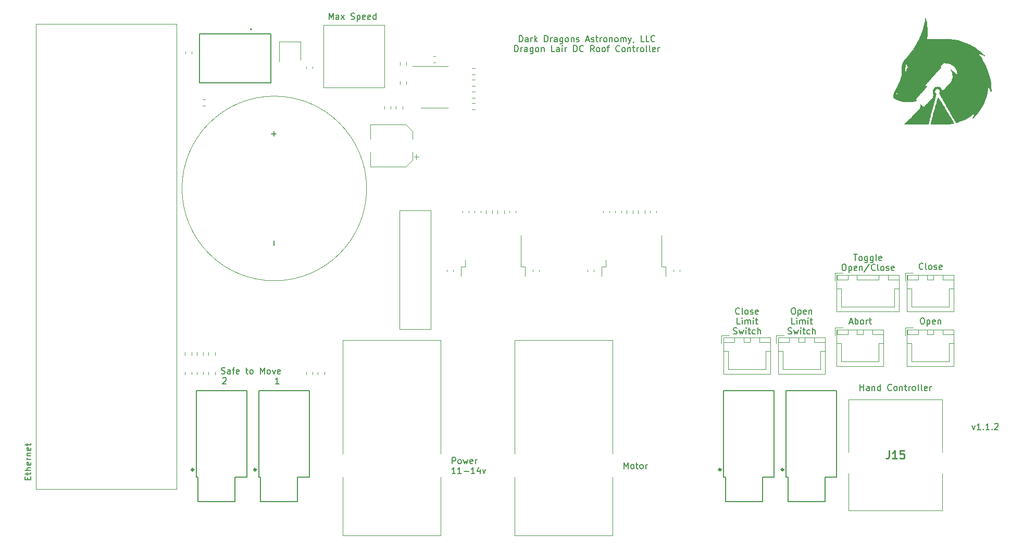
<source format=gbr>
%TF.GenerationSoftware,KiCad,Pcbnew,6.0.2+dfsg-1*%
%TF.CreationDate,2022-12-07T15:13:48-05:00*%
%TF.ProjectId,dragon-lair-board,64726167-6f6e-42d6-9c61-69722d626f61,rev?*%
%TF.SameCoordinates,Original*%
%TF.FileFunction,Legend,Top*%
%TF.FilePolarity,Positive*%
%FSLAX46Y46*%
G04 Gerber Fmt 4.6, Leading zero omitted, Abs format (unit mm)*
G04 Created by KiCad (PCBNEW 6.0.2+dfsg-1) date 2022-12-07 15:13:48*
%MOMM*%
%LPD*%
G01*
G04 APERTURE LIST*
%ADD10C,0.150000*%
%ADD11C,0.254000*%
%ADD12C,0.120000*%
%ADD13C,0.127000*%
%ADD14C,0.340000*%
%ADD15C,0.100000*%
%ADD16C,0.200000*%
G04 APERTURE END LIST*
D10*
X161766428Y-103252380D02*
X161956904Y-103252380D01*
X162052142Y-103300000D01*
X162147380Y-103395238D01*
X162195000Y-103585714D01*
X162195000Y-103919047D01*
X162147380Y-104109523D01*
X162052142Y-104204761D01*
X161956904Y-104252380D01*
X161766428Y-104252380D01*
X161671190Y-104204761D01*
X161575952Y-104109523D01*
X161528333Y-103919047D01*
X161528333Y-103585714D01*
X161575952Y-103395238D01*
X161671190Y-103300000D01*
X161766428Y-103252380D01*
X162623571Y-103585714D02*
X162623571Y-104585714D01*
X162623571Y-103633333D02*
X162718809Y-103585714D01*
X162909285Y-103585714D01*
X163004523Y-103633333D01*
X163052142Y-103680952D01*
X163099761Y-103776190D01*
X163099761Y-104061904D01*
X163052142Y-104157142D01*
X163004523Y-104204761D01*
X162909285Y-104252380D01*
X162718809Y-104252380D01*
X162623571Y-104204761D01*
X163909285Y-104204761D02*
X163814047Y-104252380D01*
X163623571Y-104252380D01*
X163528333Y-104204761D01*
X163480714Y-104109523D01*
X163480714Y-103728571D01*
X163528333Y-103633333D01*
X163623571Y-103585714D01*
X163814047Y-103585714D01*
X163909285Y-103633333D01*
X163956904Y-103728571D01*
X163956904Y-103823809D01*
X163480714Y-103919047D01*
X164385476Y-103585714D02*
X164385476Y-104252380D01*
X164385476Y-103680952D02*
X164433095Y-103633333D01*
X164528333Y-103585714D01*
X164671190Y-103585714D01*
X164766428Y-103633333D01*
X164814047Y-103728571D01*
X164814047Y-104252380D01*
X162075952Y-105862380D02*
X161599761Y-105862380D01*
X161599761Y-104862380D01*
X162409285Y-105862380D02*
X162409285Y-105195714D01*
X162409285Y-104862380D02*
X162361666Y-104910000D01*
X162409285Y-104957619D01*
X162456904Y-104910000D01*
X162409285Y-104862380D01*
X162409285Y-104957619D01*
X162885476Y-105862380D02*
X162885476Y-105195714D01*
X162885476Y-105290952D02*
X162933095Y-105243333D01*
X163028333Y-105195714D01*
X163171190Y-105195714D01*
X163266428Y-105243333D01*
X163314047Y-105338571D01*
X163314047Y-105862380D01*
X163314047Y-105338571D02*
X163361666Y-105243333D01*
X163456904Y-105195714D01*
X163599761Y-105195714D01*
X163695000Y-105243333D01*
X163742619Y-105338571D01*
X163742619Y-105862380D01*
X164218809Y-105862380D02*
X164218809Y-105195714D01*
X164218809Y-104862380D02*
X164171190Y-104910000D01*
X164218809Y-104957619D01*
X164266428Y-104910000D01*
X164218809Y-104862380D01*
X164218809Y-104957619D01*
X164552142Y-105195714D02*
X164933095Y-105195714D01*
X164695000Y-104862380D02*
X164695000Y-105719523D01*
X164742619Y-105814761D01*
X164837857Y-105862380D01*
X164933095Y-105862380D01*
X160980714Y-107424761D02*
X161123571Y-107472380D01*
X161361666Y-107472380D01*
X161456904Y-107424761D01*
X161504523Y-107377142D01*
X161552142Y-107281904D01*
X161552142Y-107186666D01*
X161504523Y-107091428D01*
X161456904Y-107043809D01*
X161361666Y-106996190D01*
X161171190Y-106948571D01*
X161075952Y-106900952D01*
X161028333Y-106853333D01*
X160980714Y-106758095D01*
X160980714Y-106662857D01*
X161028333Y-106567619D01*
X161075952Y-106520000D01*
X161171190Y-106472380D01*
X161409285Y-106472380D01*
X161552142Y-106520000D01*
X161885476Y-106805714D02*
X162075952Y-107472380D01*
X162266428Y-106996190D01*
X162456904Y-107472380D01*
X162647380Y-106805714D01*
X163028333Y-107472380D02*
X163028333Y-106805714D01*
X163028333Y-106472380D02*
X162980714Y-106520000D01*
X163028333Y-106567619D01*
X163075952Y-106520000D01*
X163028333Y-106472380D01*
X163028333Y-106567619D01*
X163361666Y-106805714D02*
X163742619Y-106805714D01*
X163504523Y-106472380D02*
X163504523Y-107329523D01*
X163552142Y-107424761D01*
X163647380Y-107472380D01*
X163742619Y-107472380D01*
X164504523Y-107424761D02*
X164409285Y-107472380D01*
X164218809Y-107472380D01*
X164123571Y-107424761D01*
X164075952Y-107377142D01*
X164028333Y-107281904D01*
X164028333Y-106996190D01*
X164075952Y-106900952D01*
X164123571Y-106853333D01*
X164218809Y-106805714D01*
X164409285Y-106805714D01*
X164504523Y-106853333D01*
X164933095Y-107472380D02*
X164933095Y-106472380D01*
X165361666Y-107472380D02*
X165361666Y-106948571D01*
X165314047Y-106853333D01*
X165218809Y-106805714D01*
X165075952Y-106805714D01*
X164980714Y-106853333D01*
X164933095Y-106900952D01*
X106380595Y-128552380D02*
X106380595Y-127552380D01*
X106761547Y-127552380D01*
X106856785Y-127600000D01*
X106904404Y-127647619D01*
X106952023Y-127742857D01*
X106952023Y-127885714D01*
X106904404Y-127980952D01*
X106856785Y-128028571D01*
X106761547Y-128076190D01*
X106380595Y-128076190D01*
X107523452Y-128552380D02*
X107428214Y-128504761D01*
X107380595Y-128457142D01*
X107332976Y-128361904D01*
X107332976Y-128076190D01*
X107380595Y-127980952D01*
X107428214Y-127933333D01*
X107523452Y-127885714D01*
X107666309Y-127885714D01*
X107761547Y-127933333D01*
X107809166Y-127980952D01*
X107856785Y-128076190D01*
X107856785Y-128361904D01*
X107809166Y-128457142D01*
X107761547Y-128504761D01*
X107666309Y-128552380D01*
X107523452Y-128552380D01*
X108190119Y-127885714D02*
X108380595Y-128552380D01*
X108571071Y-128076190D01*
X108761547Y-128552380D01*
X108952023Y-127885714D01*
X109713928Y-128504761D02*
X109618690Y-128552380D01*
X109428214Y-128552380D01*
X109332976Y-128504761D01*
X109285357Y-128409523D01*
X109285357Y-128028571D01*
X109332976Y-127933333D01*
X109428214Y-127885714D01*
X109618690Y-127885714D01*
X109713928Y-127933333D01*
X109761547Y-128028571D01*
X109761547Y-128123809D01*
X109285357Y-128219047D01*
X110190119Y-128552380D02*
X110190119Y-127885714D01*
X110190119Y-128076190D02*
X110237738Y-127980952D01*
X110285357Y-127933333D01*
X110380595Y-127885714D01*
X110475833Y-127885714D01*
X106904404Y-130162380D02*
X106332976Y-130162380D01*
X106618690Y-130162380D02*
X106618690Y-129162380D01*
X106523452Y-129305238D01*
X106428214Y-129400476D01*
X106332976Y-129448095D01*
X107856785Y-130162380D02*
X107285357Y-130162380D01*
X107571071Y-130162380D02*
X107571071Y-129162380D01*
X107475833Y-129305238D01*
X107380595Y-129400476D01*
X107285357Y-129448095D01*
X108285357Y-129781428D02*
X109047261Y-129781428D01*
X110047261Y-130162380D02*
X109475833Y-130162380D01*
X109761547Y-130162380D02*
X109761547Y-129162380D01*
X109666309Y-129305238D01*
X109571071Y-129400476D01*
X109475833Y-129448095D01*
X110904404Y-129495714D02*
X110904404Y-130162380D01*
X110666309Y-129114761D02*
X110428214Y-129829047D01*
X111047261Y-129829047D01*
X111332976Y-129495714D02*
X111571071Y-130162380D01*
X111809166Y-129495714D01*
X86360476Y-56332380D02*
X86360476Y-55332380D01*
X86693809Y-56046666D01*
X87027142Y-55332380D01*
X87027142Y-56332380D01*
X87931904Y-56332380D02*
X87931904Y-55808571D01*
X87884285Y-55713333D01*
X87789047Y-55665714D01*
X87598571Y-55665714D01*
X87503333Y-55713333D01*
X87931904Y-56284761D02*
X87836666Y-56332380D01*
X87598571Y-56332380D01*
X87503333Y-56284761D01*
X87455714Y-56189523D01*
X87455714Y-56094285D01*
X87503333Y-55999047D01*
X87598571Y-55951428D01*
X87836666Y-55951428D01*
X87931904Y-55903809D01*
X88312857Y-56332380D02*
X88836666Y-55665714D01*
X88312857Y-55665714D02*
X88836666Y-56332380D01*
X89931904Y-56284761D02*
X90074761Y-56332380D01*
X90312857Y-56332380D01*
X90408095Y-56284761D01*
X90455714Y-56237142D01*
X90503333Y-56141904D01*
X90503333Y-56046666D01*
X90455714Y-55951428D01*
X90408095Y-55903809D01*
X90312857Y-55856190D01*
X90122380Y-55808571D01*
X90027142Y-55760952D01*
X89979523Y-55713333D01*
X89931904Y-55618095D01*
X89931904Y-55522857D01*
X89979523Y-55427619D01*
X90027142Y-55380000D01*
X90122380Y-55332380D01*
X90360476Y-55332380D01*
X90503333Y-55380000D01*
X90931904Y-55665714D02*
X90931904Y-56665714D01*
X90931904Y-55713333D02*
X91027142Y-55665714D01*
X91217619Y-55665714D01*
X91312857Y-55713333D01*
X91360476Y-55760952D01*
X91408095Y-55856190D01*
X91408095Y-56141904D01*
X91360476Y-56237142D01*
X91312857Y-56284761D01*
X91217619Y-56332380D01*
X91027142Y-56332380D01*
X90931904Y-56284761D01*
X92217619Y-56284761D02*
X92122380Y-56332380D01*
X91931904Y-56332380D01*
X91836666Y-56284761D01*
X91789047Y-56189523D01*
X91789047Y-55808571D01*
X91836666Y-55713333D01*
X91931904Y-55665714D01*
X92122380Y-55665714D01*
X92217619Y-55713333D01*
X92265238Y-55808571D01*
X92265238Y-55903809D01*
X91789047Y-55999047D01*
X93074761Y-56284761D02*
X92979523Y-56332380D01*
X92789047Y-56332380D01*
X92693809Y-56284761D01*
X92646190Y-56189523D01*
X92646190Y-55808571D01*
X92693809Y-55713333D01*
X92789047Y-55665714D01*
X92979523Y-55665714D01*
X93074761Y-55713333D01*
X93122380Y-55808571D01*
X93122380Y-55903809D01*
X92646190Y-55999047D01*
X93979523Y-56332380D02*
X93979523Y-55332380D01*
X93979523Y-56284761D02*
X93884285Y-56332380D01*
X93693809Y-56332380D01*
X93598571Y-56284761D01*
X93550952Y-56237142D01*
X93503333Y-56141904D01*
X93503333Y-55856190D01*
X93550952Y-55760952D01*
X93598571Y-55713333D01*
X93693809Y-55665714D01*
X93884285Y-55665714D01*
X93979523Y-55713333D01*
X37393571Y-131127142D02*
X37393571Y-130793809D01*
X37917380Y-130650952D02*
X37917380Y-131127142D01*
X36917380Y-131127142D01*
X36917380Y-130650952D01*
X37250714Y-130365238D02*
X37250714Y-129984285D01*
X36917380Y-130222380D02*
X37774523Y-130222380D01*
X37869761Y-130174761D01*
X37917380Y-130079523D01*
X37917380Y-129984285D01*
X37917380Y-129650952D02*
X36917380Y-129650952D01*
X37917380Y-129222380D02*
X37393571Y-129222380D01*
X37298333Y-129270000D01*
X37250714Y-129365238D01*
X37250714Y-129508095D01*
X37298333Y-129603333D01*
X37345952Y-129650952D01*
X37869761Y-128365238D02*
X37917380Y-128460476D01*
X37917380Y-128650952D01*
X37869761Y-128746190D01*
X37774523Y-128793809D01*
X37393571Y-128793809D01*
X37298333Y-128746190D01*
X37250714Y-128650952D01*
X37250714Y-128460476D01*
X37298333Y-128365238D01*
X37393571Y-128317619D01*
X37488809Y-128317619D01*
X37584047Y-128793809D01*
X37917380Y-127889047D02*
X37250714Y-127889047D01*
X37441190Y-127889047D02*
X37345952Y-127841428D01*
X37298333Y-127793809D01*
X37250714Y-127698571D01*
X37250714Y-127603333D01*
X37250714Y-127270000D02*
X37917380Y-127270000D01*
X37345952Y-127270000D02*
X37298333Y-127222380D01*
X37250714Y-127127142D01*
X37250714Y-126984285D01*
X37298333Y-126889047D01*
X37393571Y-126841428D01*
X37917380Y-126841428D01*
X37869761Y-125984285D02*
X37917380Y-126079523D01*
X37917380Y-126270000D01*
X37869761Y-126365238D01*
X37774523Y-126412857D01*
X37393571Y-126412857D01*
X37298333Y-126365238D01*
X37250714Y-126270000D01*
X37250714Y-126079523D01*
X37298333Y-125984285D01*
X37393571Y-125936666D01*
X37488809Y-125936666D01*
X37584047Y-126412857D01*
X37250714Y-125650952D02*
X37250714Y-125270000D01*
X36917380Y-125508095D02*
X37774523Y-125508095D01*
X37869761Y-125460476D01*
X37917380Y-125365238D01*
X37917380Y-125270000D01*
X134320595Y-129357380D02*
X134320595Y-128357380D01*
X134653928Y-129071666D01*
X134987261Y-128357380D01*
X134987261Y-129357380D01*
X135606309Y-129357380D02*
X135511071Y-129309761D01*
X135463452Y-129262142D01*
X135415833Y-129166904D01*
X135415833Y-128881190D01*
X135463452Y-128785952D01*
X135511071Y-128738333D01*
X135606309Y-128690714D01*
X135749166Y-128690714D01*
X135844404Y-128738333D01*
X135892023Y-128785952D01*
X135939642Y-128881190D01*
X135939642Y-129166904D01*
X135892023Y-129262142D01*
X135844404Y-129309761D01*
X135749166Y-129357380D01*
X135606309Y-129357380D01*
X136225357Y-128690714D02*
X136606309Y-128690714D01*
X136368214Y-128357380D02*
X136368214Y-129214523D01*
X136415833Y-129309761D01*
X136511071Y-129357380D01*
X136606309Y-129357380D01*
X137082500Y-129357380D02*
X136987261Y-129309761D01*
X136939642Y-129262142D01*
X136892023Y-129166904D01*
X136892023Y-128881190D01*
X136939642Y-128785952D01*
X136987261Y-128738333D01*
X137082500Y-128690714D01*
X137225357Y-128690714D01*
X137320595Y-128738333D01*
X137368214Y-128785952D01*
X137415833Y-128881190D01*
X137415833Y-129166904D01*
X137368214Y-129262142D01*
X137320595Y-129309761D01*
X137225357Y-129357380D01*
X137082500Y-129357380D01*
X137844404Y-129357380D02*
X137844404Y-128690714D01*
X137844404Y-128881190D02*
X137892023Y-128785952D01*
X137939642Y-128738333D01*
X138034880Y-128690714D01*
X138130119Y-128690714D01*
X182911904Y-96877142D02*
X182864285Y-96924761D01*
X182721428Y-96972380D01*
X182626190Y-96972380D01*
X182483333Y-96924761D01*
X182388095Y-96829523D01*
X182340476Y-96734285D01*
X182292857Y-96543809D01*
X182292857Y-96400952D01*
X182340476Y-96210476D01*
X182388095Y-96115238D01*
X182483333Y-96020000D01*
X182626190Y-95972380D01*
X182721428Y-95972380D01*
X182864285Y-96020000D01*
X182911904Y-96067619D01*
X183483333Y-96972380D02*
X183388095Y-96924761D01*
X183340476Y-96829523D01*
X183340476Y-95972380D01*
X184007142Y-96972380D02*
X183911904Y-96924761D01*
X183864285Y-96877142D01*
X183816666Y-96781904D01*
X183816666Y-96496190D01*
X183864285Y-96400952D01*
X183911904Y-96353333D01*
X184007142Y-96305714D01*
X184150000Y-96305714D01*
X184245238Y-96353333D01*
X184292857Y-96400952D01*
X184340476Y-96496190D01*
X184340476Y-96781904D01*
X184292857Y-96877142D01*
X184245238Y-96924761D01*
X184150000Y-96972380D01*
X184007142Y-96972380D01*
X184721428Y-96924761D02*
X184816666Y-96972380D01*
X185007142Y-96972380D01*
X185102380Y-96924761D01*
X185150000Y-96829523D01*
X185150000Y-96781904D01*
X185102380Y-96686666D01*
X185007142Y-96639047D01*
X184864285Y-96639047D01*
X184769047Y-96591428D01*
X184721428Y-96496190D01*
X184721428Y-96448571D01*
X184769047Y-96353333D01*
X184864285Y-96305714D01*
X185007142Y-96305714D01*
X185102380Y-96353333D01*
X185959523Y-96924761D02*
X185864285Y-96972380D01*
X185673809Y-96972380D01*
X185578571Y-96924761D01*
X185530952Y-96829523D01*
X185530952Y-96448571D01*
X185578571Y-96353333D01*
X185673809Y-96305714D01*
X185864285Y-96305714D01*
X185959523Y-96353333D01*
X186007142Y-96448571D01*
X186007142Y-96543809D01*
X185530952Y-96639047D01*
X182721428Y-104862380D02*
X182911904Y-104862380D01*
X183007142Y-104910000D01*
X183102380Y-105005238D01*
X183150000Y-105195714D01*
X183150000Y-105529047D01*
X183102380Y-105719523D01*
X183007142Y-105814761D01*
X182911904Y-105862380D01*
X182721428Y-105862380D01*
X182626190Y-105814761D01*
X182530952Y-105719523D01*
X182483333Y-105529047D01*
X182483333Y-105195714D01*
X182530952Y-105005238D01*
X182626190Y-104910000D01*
X182721428Y-104862380D01*
X183578571Y-105195714D02*
X183578571Y-106195714D01*
X183578571Y-105243333D02*
X183673809Y-105195714D01*
X183864285Y-105195714D01*
X183959523Y-105243333D01*
X184007142Y-105290952D01*
X184054761Y-105386190D01*
X184054761Y-105671904D01*
X184007142Y-105767142D01*
X183959523Y-105814761D01*
X183864285Y-105862380D01*
X183673809Y-105862380D01*
X183578571Y-105814761D01*
X184864285Y-105814761D02*
X184769047Y-105862380D01*
X184578571Y-105862380D01*
X184483333Y-105814761D01*
X184435714Y-105719523D01*
X184435714Y-105338571D01*
X184483333Y-105243333D01*
X184578571Y-105195714D01*
X184769047Y-105195714D01*
X184864285Y-105243333D01*
X184911904Y-105338571D01*
X184911904Y-105433809D01*
X184435714Y-105529047D01*
X185340476Y-105195714D02*
X185340476Y-105862380D01*
X185340476Y-105290952D02*
X185388095Y-105243333D01*
X185483333Y-105195714D01*
X185626190Y-105195714D01*
X185721428Y-105243333D01*
X185769047Y-105338571D01*
X185769047Y-105862380D01*
X170981904Y-105576666D02*
X171458095Y-105576666D01*
X170886666Y-105862380D02*
X171220000Y-104862380D01*
X171553333Y-105862380D01*
X171886666Y-105862380D02*
X171886666Y-104862380D01*
X171886666Y-105243333D02*
X171981904Y-105195714D01*
X172172380Y-105195714D01*
X172267619Y-105243333D01*
X172315238Y-105290952D01*
X172362857Y-105386190D01*
X172362857Y-105671904D01*
X172315238Y-105767142D01*
X172267619Y-105814761D01*
X172172380Y-105862380D01*
X171981904Y-105862380D01*
X171886666Y-105814761D01*
X172934285Y-105862380D02*
X172839047Y-105814761D01*
X172791428Y-105767142D01*
X172743809Y-105671904D01*
X172743809Y-105386190D01*
X172791428Y-105290952D01*
X172839047Y-105243333D01*
X172934285Y-105195714D01*
X173077142Y-105195714D01*
X173172380Y-105243333D01*
X173220000Y-105290952D01*
X173267619Y-105386190D01*
X173267619Y-105671904D01*
X173220000Y-105767142D01*
X173172380Y-105814761D01*
X173077142Y-105862380D01*
X172934285Y-105862380D01*
X173696190Y-105862380D02*
X173696190Y-105195714D01*
X173696190Y-105386190D02*
X173743809Y-105290952D01*
X173791428Y-105243333D01*
X173886666Y-105195714D01*
X173981904Y-105195714D01*
X174172380Y-105195714D02*
X174553333Y-105195714D01*
X174315238Y-104862380D02*
X174315238Y-105719523D01*
X174362857Y-105814761D01*
X174458095Y-105862380D01*
X174553333Y-105862380D01*
X190897142Y-122340714D02*
X191135238Y-123007380D01*
X191373333Y-122340714D01*
X192278095Y-123007380D02*
X191706666Y-123007380D01*
X191992380Y-123007380D02*
X191992380Y-122007380D01*
X191897142Y-122150238D01*
X191801904Y-122245476D01*
X191706666Y-122293095D01*
X192706666Y-122912142D02*
X192754285Y-122959761D01*
X192706666Y-123007380D01*
X192659047Y-122959761D01*
X192706666Y-122912142D01*
X192706666Y-123007380D01*
X193706666Y-123007380D02*
X193135238Y-123007380D01*
X193420952Y-123007380D02*
X193420952Y-122007380D01*
X193325714Y-122150238D01*
X193230476Y-122245476D01*
X193135238Y-122293095D01*
X194135238Y-122912142D02*
X194182857Y-122959761D01*
X194135238Y-123007380D01*
X194087619Y-122959761D01*
X194135238Y-122912142D01*
X194135238Y-123007380D01*
X194563809Y-122102619D02*
X194611428Y-122055000D01*
X194706666Y-122007380D01*
X194944761Y-122007380D01*
X195040000Y-122055000D01*
X195087619Y-122102619D01*
X195135238Y-122197857D01*
X195135238Y-122293095D01*
X195087619Y-122435952D01*
X194516190Y-123007380D01*
X195135238Y-123007380D01*
X153066904Y-104157142D02*
X153019285Y-104204761D01*
X152876428Y-104252380D01*
X152781190Y-104252380D01*
X152638333Y-104204761D01*
X152543095Y-104109523D01*
X152495476Y-104014285D01*
X152447857Y-103823809D01*
X152447857Y-103680952D01*
X152495476Y-103490476D01*
X152543095Y-103395238D01*
X152638333Y-103300000D01*
X152781190Y-103252380D01*
X152876428Y-103252380D01*
X153019285Y-103300000D01*
X153066904Y-103347619D01*
X153638333Y-104252380D02*
X153543095Y-104204761D01*
X153495476Y-104109523D01*
X153495476Y-103252380D01*
X154162142Y-104252380D02*
X154066904Y-104204761D01*
X154019285Y-104157142D01*
X153971666Y-104061904D01*
X153971666Y-103776190D01*
X154019285Y-103680952D01*
X154066904Y-103633333D01*
X154162142Y-103585714D01*
X154305000Y-103585714D01*
X154400238Y-103633333D01*
X154447857Y-103680952D01*
X154495476Y-103776190D01*
X154495476Y-104061904D01*
X154447857Y-104157142D01*
X154400238Y-104204761D01*
X154305000Y-104252380D01*
X154162142Y-104252380D01*
X154876428Y-104204761D02*
X154971666Y-104252380D01*
X155162142Y-104252380D01*
X155257380Y-104204761D01*
X155305000Y-104109523D01*
X155305000Y-104061904D01*
X155257380Y-103966666D01*
X155162142Y-103919047D01*
X155019285Y-103919047D01*
X154924047Y-103871428D01*
X154876428Y-103776190D01*
X154876428Y-103728571D01*
X154924047Y-103633333D01*
X155019285Y-103585714D01*
X155162142Y-103585714D01*
X155257380Y-103633333D01*
X156114523Y-104204761D02*
X156019285Y-104252380D01*
X155828809Y-104252380D01*
X155733571Y-104204761D01*
X155685952Y-104109523D01*
X155685952Y-103728571D01*
X155733571Y-103633333D01*
X155828809Y-103585714D01*
X156019285Y-103585714D01*
X156114523Y-103633333D01*
X156162142Y-103728571D01*
X156162142Y-103823809D01*
X155685952Y-103919047D01*
X153185952Y-105862380D02*
X152709761Y-105862380D01*
X152709761Y-104862380D01*
X153519285Y-105862380D02*
X153519285Y-105195714D01*
X153519285Y-104862380D02*
X153471666Y-104910000D01*
X153519285Y-104957619D01*
X153566904Y-104910000D01*
X153519285Y-104862380D01*
X153519285Y-104957619D01*
X153995476Y-105862380D02*
X153995476Y-105195714D01*
X153995476Y-105290952D02*
X154043095Y-105243333D01*
X154138333Y-105195714D01*
X154281190Y-105195714D01*
X154376428Y-105243333D01*
X154424047Y-105338571D01*
X154424047Y-105862380D01*
X154424047Y-105338571D02*
X154471666Y-105243333D01*
X154566904Y-105195714D01*
X154709761Y-105195714D01*
X154805000Y-105243333D01*
X154852619Y-105338571D01*
X154852619Y-105862380D01*
X155328809Y-105862380D02*
X155328809Y-105195714D01*
X155328809Y-104862380D02*
X155281190Y-104910000D01*
X155328809Y-104957619D01*
X155376428Y-104910000D01*
X155328809Y-104862380D01*
X155328809Y-104957619D01*
X155662142Y-105195714D02*
X156043095Y-105195714D01*
X155805000Y-104862380D02*
X155805000Y-105719523D01*
X155852619Y-105814761D01*
X155947857Y-105862380D01*
X156043095Y-105862380D01*
X152090714Y-107424761D02*
X152233571Y-107472380D01*
X152471666Y-107472380D01*
X152566904Y-107424761D01*
X152614523Y-107377142D01*
X152662142Y-107281904D01*
X152662142Y-107186666D01*
X152614523Y-107091428D01*
X152566904Y-107043809D01*
X152471666Y-106996190D01*
X152281190Y-106948571D01*
X152185952Y-106900952D01*
X152138333Y-106853333D01*
X152090714Y-106758095D01*
X152090714Y-106662857D01*
X152138333Y-106567619D01*
X152185952Y-106520000D01*
X152281190Y-106472380D01*
X152519285Y-106472380D01*
X152662142Y-106520000D01*
X152995476Y-106805714D02*
X153185952Y-107472380D01*
X153376428Y-106996190D01*
X153566904Y-107472380D01*
X153757380Y-106805714D01*
X154138333Y-107472380D02*
X154138333Y-106805714D01*
X154138333Y-106472380D02*
X154090714Y-106520000D01*
X154138333Y-106567619D01*
X154185952Y-106520000D01*
X154138333Y-106472380D01*
X154138333Y-106567619D01*
X154471666Y-106805714D02*
X154852619Y-106805714D01*
X154614523Y-106472380D02*
X154614523Y-107329523D01*
X154662142Y-107424761D01*
X154757380Y-107472380D01*
X154852619Y-107472380D01*
X155614523Y-107424761D02*
X155519285Y-107472380D01*
X155328809Y-107472380D01*
X155233571Y-107424761D01*
X155185952Y-107377142D01*
X155138333Y-107281904D01*
X155138333Y-106996190D01*
X155185952Y-106900952D01*
X155233571Y-106853333D01*
X155328809Y-106805714D01*
X155519285Y-106805714D01*
X155614523Y-106853333D01*
X156043095Y-107472380D02*
X156043095Y-106472380D01*
X156471666Y-107472380D02*
X156471666Y-106948571D01*
X156424047Y-106853333D01*
X156328809Y-106805714D01*
X156185952Y-106805714D01*
X156090714Y-106853333D01*
X156043095Y-106900952D01*
X117293809Y-59972380D02*
X117293809Y-58972380D01*
X117531904Y-58972380D01*
X117674761Y-59020000D01*
X117770000Y-59115238D01*
X117817619Y-59210476D01*
X117865238Y-59400952D01*
X117865238Y-59543809D01*
X117817619Y-59734285D01*
X117770000Y-59829523D01*
X117674761Y-59924761D01*
X117531904Y-59972380D01*
X117293809Y-59972380D01*
X118722380Y-59972380D02*
X118722380Y-59448571D01*
X118674761Y-59353333D01*
X118579523Y-59305714D01*
X118389047Y-59305714D01*
X118293809Y-59353333D01*
X118722380Y-59924761D02*
X118627142Y-59972380D01*
X118389047Y-59972380D01*
X118293809Y-59924761D01*
X118246190Y-59829523D01*
X118246190Y-59734285D01*
X118293809Y-59639047D01*
X118389047Y-59591428D01*
X118627142Y-59591428D01*
X118722380Y-59543809D01*
X119198571Y-59972380D02*
X119198571Y-59305714D01*
X119198571Y-59496190D02*
X119246190Y-59400952D01*
X119293809Y-59353333D01*
X119389047Y-59305714D01*
X119484285Y-59305714D01*
X119817619Y-59972380D02*
X119817619Y-58972380D01*
X119912857Y-59591428D02*
X120198571Y-59972380D01*
X120198571Y-59305714D02*
X119817619Y-59686666D01*
X121389047Y-59972380D02*
X121389047Y-58972380D01*
X121627142Y-58972380D01*
X121770000Y-59020000D01*
X121865238Y-59115238D01*
X121912857Y-59210476D01*
X121960476Y-59400952D01*
X121960476Y-59543809D01*
X121912857Y-59734285D01*
X121865238Y-59829523D01*
X121770000Y-59924761D01*
X121627142Y-59972380D01*
X121389047Y-59972380D01*
X122389047Y-59972380D02*
X122389047Y-59305714D01*
X122389047Y-59496190D02*
X122436666Y-59400952D01*
X122484285Y-59353333D01*
X122579523Y-59305714D01*
X122674761Y-59305714D01*
X123436666Y-59972380D02*
X123436666Y-59448571D01*
X123389047Y-59353333D01*
X123293809Y-59305714D01*
X123103333Y-59305714D01*
X123008095Y-59353333D01*
X123436666Y-59924761D02*
X123341428Y-59972380D01*
X123103333Y-59972380D01*
X123008095Y-59924761D01*
X122960476Y-59829523D01*
X122960476Y-59734285D01*
X123008095Y-59639047D01*
X123103333Y-59591428D01*
X123341428Y-59591428D01*
X123436666Y-59543809D01*
X124341428Y-59305714D02*
X124341428Y-60115238D01*
X124293809Y-60210476D01*
X124246190Y-60258095D01*
X124150952Y-60305714D01*
X124008095Y-60305714D01*
X123912857Y-60258095D01*
X124341428Y-59924761D02*
X124246190Y-59972380D01*
X124055714Y-59972380D01*
X123960476Y-59924761D01*
X123912857Y-59877142D01*
X123865238Y-59781904D01*
X123865238Y-59496190D01*
X123912857Y-59400952D01*
X123960476Y-59353333D01*
X124055714Y-59305714D01*
X124246190Y-59305714D01*
X124341428Y-59353333D01*
X124960476Y-59972380D02*
X124865238Y-59924761D01*
X124817619Y-59877142D01*
X124770000Y-59781904D01*
X124770000Y-59496190D01*
X124817619Y-59400952D01*
X124865238Y-59353333D01*
X124960476Y-59305714D01*
X125103333Y-59305714D01*
X125198571Y-59353333D01*
X125246190Y-59400952D01*
X125293809Y-59496190D01*
X125293809Y-59781904D01*
X125246190Y-59877142D01*
X125198571Y-59924761D01*
X125103333Y-59972380D01*
X124960476Y-59972380D01*
X125722380Y-59305714D02*
X125722380Y-59972380D01*
X125722380Y-59400952D02*
X125770000Y-59353333D01*
X125865238Y-59305714D01*
X126008095Y-59305714D01*
X126103333Y-59353333D01*
X126150952Y-59448571D01*
X126150952Y-59972380D01*
X126579523Y-59924761D02*
X126674761Y-59972380D01*
X126865238Y-59972380D01*
X126960476Y-59924761D01*
X127008095Y-59829523D01*
X127008095Y-59781904D01*
X126960476Y-59686666D01*
X126865238Y-59639047D01*
X126722380Y-59639047D01*
X126627142Y-59591428D01*
X126579523Y-59496190D01*
X126579523Y-59448571D01*
X126627142Y-59353333D01*
X126722380Y-59305714D01*
X126865238Y-59305714D01*
X126960476Y-59353333D01*
X128150952Y-59686666D02*
X128627142Y-59686666D01*
X128055714Y-59972380D02*
X128389047Y-58972380D01*
X128722380Y-59972380D01*
X129008095Y-59924761D02*
X129103333Y-59972380D01*
X129293809Y-59972380D01*
X129389047Y-59924761D01*
X129436666Y-59829523D01*
X129436666Y-59781904D01*
X129389047Y-59686666D01*
X129293809Y-59639047D01*
X129150952Y-59639047D01*
X129055714Y-59591428D01*
X129008095Y-59496190D01*
X129008095Y-59448571D01*
X129055714Y-59353333D01*
X129150952Y-59305714D01*
X129293809Y-59305714D01*
X129389047Y-59353333D01*
X129722380Y-59305714D02*
X130103333Y-59305714D01*
X129865238Y-58972380D02*
X129865238Y-59829523D01*
X129912857Y-59924761D01*
X130008095Y-59972380D01*
X130103333Y-59972380D01*
X130436666Y-59972380D02*
X130436666Y-59305714D01*
X130436666Y-59496190D02*
X130484285Y-59400952D01*
X130531904Y-59353333D01*
X130627142Y-59305714D01*
X130722380Y-59305714D01*
X131198571Y-59972380D02*
X131103333Y-59924761D01*
X131055714Y-59877142D01*
X131008095Y-59781904D01*
X131008095Y-59496190D01*
X131055714Y-59400952D01*
X131103333Y-59353333D01*
X131198571Y-59305714D01*
X131341428Y-59305714D01*
X131436666Y-59353333D01*
X131484285Y-59400952D01*
X131531904Y-59496190D01*
X131531904Y-59781904D01*
X131484285Y-59877142D01*
X131436666Y-59924761D01*
X131341428Y-59972380D01*
X131198571Y-59972380D01*
X131960476Y-59305714D02*
X131960476Y-59972380D01*
X131960476Y-59400952D02*
X132008095Y-59353333D01*
X132103333Y-59305714D01*
X132246190Y-59305714D01*
X132341428Y-59353333D01*
X132389047Y-59448571D01*
X132389047Y-59972380D01*
X133008095Y-59972380D02*
X132912857Y-59924761D01*
X132865238Y-59877142D01*
X132817619Y-59781904D01*
X132817619Y-59496190D01*
X132865238Y-59400952D01*
X132912857Y-59353333D01*
X133008095Y-59305714D01*
X133150952Y-59305714D01*
X133246190Y-59353333D01*
X133293809Y-59400952D01*
X133341428Y-59496190D01*
X133341428Y-59781904D01*
X133293809Y-59877142D01*
X133246190Y-59924761D01*
X133150952Y-59972380D01*
X133008095Y-59972380D01*
X133770000Y-59972380D02*
X133770000Y-59305714D01*
X133770000Y-59400952D02*
X133817619Y-59353333D01*
X133912857Y-59305714D01*
X134055714Y-59305714D01*
X134150952Y-59353333D01*
X134198571Y-59448571D01*
X134198571Y-59972380D01*
X134198571Y-59448571D02*
X134246190Y-59353333D01*
X134341428Y-59305714D01*
X134484285Y-59305714D01*
X134579523Y-59353333D01*
X134627142Y-59448571D01*
X134627142Y-59972380D01*
X135008095Y-59305714D02*
X135246190Y-59972380D01*
X135484285Y-59305714D02*
X135246190Y-59972380D01*
X135150952Y-60210476D01*
X135103333Y-60258095D01*
X135008095Y-60305714D01*
X135912857Y-59924761D02*
X135912857Y-59972380D01*
X135865238Y-60067619D01*
X135817619Y-60115238D01*
X137579523Y-59972380D02*
X137103333Y-59972380D01*
X137103333Y-58972380D01*
X138389047Y-59972380D02*
X137912857Y-59972380D01*
X137912857Y-58972380D01*
X139293809Y-59877142D02*
X139246190Y-59924761D01*
X139103333Y-59972380D01*
X139008095Y-59972380D01*
X138865238Y-59924761D01*
X138770000Y-59829523D01*
X138722380Y-59734285D01*
X138674761Y-59543809D01*
X138674761Y-59400952D01*
X138722380Y-59210476D01*
X138770000Y-59115238D01*
X138865238Y-59020000D01*
X139008095Y-58972380D01*
X139103333Y-58972380D01*
X139246190Y-59020000D01*
X139293809Y-59067619D01*
X116555714Y-61582380D02*
X116555714Y-60582380D01*
X116793809Y-60582380D01*
X116936666Y-60630000D01*
X117031904Y-60725238D01*
X117079523Y-60820476D01*
X117127142Y-61010952D01*
X117127142Y-61153809D01*
X117079523Y-61344285D01*
X117031904Y-61439523D01*
X116936666Y-61534761D01*
X116793809Y-61582380D01*
X116555714Y-61582380D01*
X117555714Y-61582380D02*
X117555714Y-60915714D01*
X117555714Y-61106190D02*
X117603333Y-61010952D01*
X117650952Y-60963333D01*
X117746190Y-60915714D01*
X117841428Y-60915714D01*
X118603333Y-61582380D02*
X118603333Y-61058571D01*
X118555714Y-60963333D01*
X118460476Y-60915714D01*
X118270000Y-60915714D01*
X118174761Y-60963333D01*
X118603333Y-61534761D02*
X118508095Y-61582380D01*
X118270000Y-61582380D01*
X118174761Y-61534761D01*
X118127142Y-61439523D01*
X118127142Y-61344285D01*
X118174761Y-61249047D01*
X118270000Y-61201428D01*
X118508095Y-61201428D01*
X118603333Y-61153809D01*
X119508095Y-60915714D02*
X119508095Y-61725238D01*
X119460476Y-61820476D01*
X119412857Y-61868095D01*
X119317619Y-61915714D01*
X119174761Y-61915714D01*
X119079523Y-61868095D01*
X119508095Y-61534761D02*
X119412857Y-61582380D01*
X119222380Y-61582380D01*
X119127142Y-61534761D01*
X119079523Y-61487142D01*
X119031904Y-61391904D01*
X119031904Y-61106190D01*
X119079523Y-61010952D01*
X119127142Y-60963333D01*
X119222380Y-60915714D01*
X119412857Y-60915714D01*
X119508095Y-60963333D01*
X120127142Y-61582380D02*
X120031904Y-61534761D01*
X119984285Y-61487142D01*
X119936666Y-61391904D01*
X119936666Y-61106190D01*
X119984285Y-61010952D01*
X120031904Y-60963333D01*
X120127142Y-60915714D01*
X120270000Y-60915714D01*
X120365238Y-60963333D01*
X120412857Y-61010952D01*
X120460476Y-61106190D01*
X120460476Y-61391904D01*
X120412857Y-61487142D01*
X120365238Y-61534761D01*
X120270000Y-61582380D01*
X120127142Y-61582380D01*
X120889047Y-60915714D02*
X120889047Y-61582380D01*
X120889047Y-61010952D02*
X120936666Y-60963333D01*
X121031904Y-60915714D01*
X121174761Y-60915714D01*
X121270000Y-60963333D01*
X121317619Y-61058571D01*
X121317619Y-61582380D01*
X123031904Y-61582380D02*
X122555714Y-61582380D01*
X122555714Y-60582380D01*
X123793809Y-61582380D02*
X123793809Y-61058571D01*
X123746190Y-60963333D01*
X123650952Y-60915714D01*
X123460476Y-60915714D01*
X123365238Y-60963333D01*
X123793809Y-61534761D02*
X123698571Y-61582380D01*
X123460476Y-61582380D01*
X123365238Y-61534761D01*
X123317619Y-61439523D01*
X123317619Y-61344285D01*
X123365238Y-61249047D01*
X123460476Y-61201428D01*
X123698571Y-61201428D01*
X123793809Y-61153809D01*
X124270000Y-61582380D02*
X124270000Y-60915714D01*
X124270000Y-60582380D02*
X124222380Y-60630000D01*
X124270000Y-60677619D01*
X124317619Y-60630000D01*
X124270000Y-60582380D01*
X124270000Y-60677619D01*
X124746190Y-61582380D02*
X124746190Y-60915714D01*
X124746190Y-61106190D02*
X124793809Y-61010952D01*
X124841428Y-60963333D01*
X124936666Y-60915714D01*
X125031904Y-60915714D01*
X126127142Y-61582380D02*
X126127142Y-60582380D01*
X126365238Y-60582380D01*
X126508095Y-60630000D01*
X126603333Y-60725238D01*
X126650952Y-60820476D01*
X126698571Y-61010952D01*
X126698571Y-61153809D01*
X126650952Y-61344285D01*
X126603333Y-61439523D01*
X126508095Y-61534761D01*
X126365238Y-61582380D01*
X126127142Y-61582380D01*
X127698571Y-61487142D02*
X127650952Y-61534761D01*
X127508095Y-61582380D01*
X127412857Y-61582380D01*
X127270000Y-61534761D01*
X127174761Y-61439523D01*
X127127142Y-61344285D01*
X127079523Y-61153809D01*
X127079523Y-61010952D01*
X127127142Y-60820476D01*
X127174761Y-60725238D01*
X127270000Y-60630000D01*
X127412857Y-60582380D01*
X127508095Y-60582380D01*
X127650952Y-60630000D01*
X127698571Y-60677619D01*
X129460476Y-61582380D02*
X129127142Y-61106190D01*
X128889047Y-61582380D02*
X128889047Y-60582380D01*
X129270000Y-60582380D01*
X129365238Y-60630000D01*
X129412857Y-60677619D01*
X129460476Y-60772857D01*
X129460476Y-60915714D01*
X129412857Y-61010952D01*
X129365238Y-61058571D01*
X129270000Y-61106190D01*
X128889047Y-61106190D01*
X130031904Y-61582380D02*
X129936666Y-61534761D01*
X129889047Y-61487142D01*
X129841428Y-61391904D01*
X129841428Y-61106190D01*
X129889047Y-61010952D01*
X129936666Y-60963333D01*
X130031904Y-60915714D01*
X130174761Y-60915714D01*
X130270000Y-60963333D01*
X130317619Y-61010952D01*
X130365238Y-61106190D01*
X130365238Y-61391904D01*
X130317619Y-61487142D01*
X130270000Y-61534761D01*
X130174761Y-61582380D01*
X130031904Y-61582380D01*
X130936666Y-61582380D02*
X130841428Y-61534761D01*
X130793809Y-61487142D01*
X130746190Y-61391904D01*
X130746190Y-61106190D01*
X130793809Y-61010952D01*
X130841428Y-60963333D01*
X130936666Y-60915714D01*
X131079523Y-60915714D01*
X131174761Y-60963333D01*
X131222380Y-61010952D01*
X131270000Y-61106190D01*
X131270000Y-61391904D01*
X131222380Y-61487142D01*
X131174761Y-61534761D01*
X131079523Y-61582380D01*
X130936666Y-61582380D01*
X131555714Y-60915714D02*
X131936666Y-60915714D01*
X131698571Y-61582380D02*
X131698571Y-60725238D01*
X131746190Y-60630000D01*
X131841428Y-60582380D01*
X131936666Y-60582380D01*
X133603333Y-61487142D02*
X133555714Y-61534761D01*
X133412857Y-61582380D01*
X133317619Y-61582380D01*
X133174761Y-61534761D01*
X133079523Y-61439523D01*
X133031904Y-61344285D01*
X132984285Y-61153809D01*
X132984285Y-61010952D01*
X133031904Y-60820476D01*
X133079523Y-60725238D01*
X133174761Y-60630000D01*
X133317619Y-60582380D01*
X133412857Y-60582380D01*
X133555714Y-60630000D01*
X133603333Y-60677619D01*
X134174761Y-61582380D02*
X134079523Y-61534761D01*
X134031904Y-61487142D01*
X133984285Y-61391904D01*
X133984285Y-61106190D01*
X134031904Y-61010952D01*
X134079523Y-60963333D01*
X134174761Y-60915714D01*
X134317619Y-60915714D01*
X134412857Y-60963333D01*
X134460476Y-61010952D01*
X134508095Y-61106190D01*
X134508095Y-61391904D01*
X134460476Y-61487142D01*
X134412857Y-61534761D01*
X134317619Y-61582380D01*
X134174761Y-61582380D01*
X134936666Y-60915714D02*
X134936666Y-61582380D01*
X134936666Y-61010952D02*
X134984285Y-60963333D01*
X135079523Y-60915714D01*
X135222380Y-60915714D01*
X135317619Y-60963333D01*
X135365238Y-61058571D01*
X135365238Y-61582380D01*
X135698571Y-60915714D02*
X136079523Y-60915714D01*
X135841428Y-60582380D02*
X135841428Y-61439523D01*
X135889047Y-61534761D01*
X135984285Y-61582380D01*
X136079523Y-61582380D01*
X136412857Y-61582380D02*
X136412857Y-60915714D01*
X136412857Y-61106190D02*
X136460476Y-61010952D01*
X136508095Y-60963333D01*
X136603333Y-60915714D01*
X136698571Y-60915714D01*
X137174761Y-61582380D02*
X137079523Y-61534761D01*
X137031904Y-61487142D01*
X136984285Y-61391904D01*
X136984285Y-61106190D01*
X137031904Y-61010952D01*
X137079523Y-60963333D01*
X137174761Y-60915714D01*
X137317619Y-60915714D01*
X137412857Y-60963333D01*
X137460476Y-61010952D01*
X137508095Y-61106190D01*
X137508095Y-61391904D01*
X137460476Y-61487142D01*
X137412857Y-61534761D01*
X137317619Y-61582380D01*
X137174761Y-61582380D01*
X138079523Y-61582380D02*
X137984285Y-61534761D01*
X137936666Y-61439523D01*
X137936666Y-60582380D01*
X138603333Y-61582380D02*
X138508095Y-61534761D01*
X138460476Y-61439523D01*
X138460476Y-60582380D01*
X139365238Y-61534761D02*
X139270000Y-61582380D01*
X139079523Y-61582380D01*
X138984285Y-61534761D01*
X138936666Y-61439523D01*
X138936666Y-61058571D01*
X138984285Y-60963333D01*
X139079523Y-60915714D01*
X139270000Y-60915714D01*
X139365238Y-60963333D01*
X139412857Y-61058571D01*
X139412857Y-61153809D01*
X138936666Y-61249047D01*
X139841428Y-61582380D02*
X139841428Y-60915714D01*
X139841428Y-61106190D02*
X139889047Y-61010952D01*
X139936666Y-60963333D01*
X140031904Y-60915714D01*
X140127142Y-60915714D01*
X172696904Y-116657380D02*
X172696904Y-115657380D01*
X172696904Y-116133571D02*
X173268333Y-116133571D01*
X173268333Y-116657380D02*
X173268333Y-115657380D01*
X174173095Y-116657380D02*
X174173095Y-116133571D01*
X174125476Y-116038333D01*
X174030238Y-115990714D01*
X173839761Y-115990714D01*
X173744523Y-116038333D01*
X174173095Y-116609761D02*
X174077857Y-116657380D01*
X173839761Y-116657380D01*
X173744523Y-116609761D01*
X173696904Y-116514523D01*
X173696904Y-116419285D01*
X173744523Y-116324047D01*
X173839761Y-116276428D01*
X174077857Y-116276428D01*
X174173095Y-116228809D01*
X174649285Y-115990714D02*
X174649285Y-116657380D01*
X174649285Y-116085952D02*
X174696904Y-116038333D01*
X174792142Y-115990714D01*
X174935000Y-115990714D01*
X175030238Y-116038333D01*
X175077857Y-116133571D01*
X175077857Y-116657380D01*
X175982619Y-116657380D02*
X175982619Y-115657380D01*
X175982619Y-116609761D02*
X175887380Y-116657380D01*
X175696904Y-116657380D01*
X175601666Y-116609761D01*
X175554047Y-116562142D01*
X175506428Y-116466904D01*
X175506428Y-116181190D01*
X175554047Y-116085952D01*
X175601666Y-116038333D01*
X175696904Y-115990714D01*
X175887380Y-115990714D01*
X175982619Y-116038333D01*
X177792142Y-116562142D02*
X177744523Y-116609761D01*
X177601666Y-116657380D01*
X177506428Y-116657380D01*
X177363571Y-116609761D01*
X177268333Y-116514523D01*
X177220714Y-116419285D01*
X177173095Y-116228809D01*
X177173095Y-116085952D01*
X177220714Y-115895476D01*
X177268333Y-115800238D01*
X177363571Y-115705000D01*
X177506428Y-115657380D01*
X177601666Y-115657380D01*
X177744523Y-115705000D01*
X177792142Y-115752619D01*
X178363571Y-116657380D02*
X178268333Y-116609761D01*
X178220714Y-116562142D01*
X178173095Y-116466904D01*
X178173095Y-116181190D01*
X178220714Y-116085952D01*
X178268333Y-116038333D01*
X178363571Y-115990714D01*
X178506428Y-115990714D01*
X178601666Y-116038333D01*
X178649285Y-116085952D01*
X178696904Y-116181190D01*
X178696904Y-116466904D01*
X178649285Y-116562142D01*
X178601666Y-116609761D01*
X178506428Y-116657380D01*
X178363571Y-116657380D01*
X179125476Y-115990714D02*
X179125476Y-116657380D01*
X179125476Y-116085952D02*
X179173095Y-116038333D01*
X179268333Y-115990714D01*
X179411190Y-115990714D01*
X179506428Y-116038333D01*
X179554047Y-116133571D01*
X179554047Y-116657380D01*
X179887380Y-115990714D02*
X180268333Y-115990714D01*
X180030238Y-115657380D02*
X180030238Y-116514523D01*
X180077857Y-116609761D01*
X180173095Y-116657380D01*
X180268333Y-116657380D01*
X180601666Y-116657380D02*
X180601666Y-115990714D01*
X180601666Y-116181190D02*
X180649285Y-116085952D01*
X180696904Y-116038333D01*
X180792142Y-115990714D01*
X180887380Y-115990714D01*
X181363571Y-116657380D02*
X181268333Y-116609761D01*
X181220714Y-116562142D01*
X181173095Y-116466904D01*
X181173095Y-116181190D01*
X181220714Y-116085952D01*
X181268333Y-116038333D01*
X181363571Y-115990714D01*
X181506428Y-115990714D01*
X181601666Y-116038333D01*
X181649285Y-116085952D01*
X181696904Y-116181190D01*
X181696904Y-116466904D01*
X181649285Y-116562142D01*
X181601666Y-116609761D01*
X181506428Y-116657380D01*
X181363571Y-116657380D01*
X182268333Y-116657380D02*
X182173095Y-116609761D01*
X182125476Y-116514523D01*
X182125476Y-115657380D01*
X182792142Y-116657380D02*
X182696904Y-116609761D01*
X182649285Y-116514523D01*
X182649285Y-115657380D01*
X183554047Y-116609761D02*
X183458809Y-116657380D01*
X183268333Y-116657380D01*
X183173095Y-116609761D01*
X183125476Y-116514523D01*
X183125476Y-116133571D01*
X183173095Y-116038333D01*
X183268333Y-115990714D01*
X183458809Y-115990714D01*
X183554047Y-116038333D01*
X183601666Y-116133571D01*
X183601666Y-116228809D01*
X183125476Y-116324047D01*
X184030238Y-116657380D02*
X184030238Y-115990714D01*
X184030238Y-116181190D02*
X184077857Y-116085952D01*
X184125476Y-116038333D01*
X184220714Y-115990714D01*
X184315952Y-115990714D01*
X171656666Y-94532380D02*
X172228095Y-94532380D01*
X171942380Y-95532380D02*
X171942380Y-94532380D01*
X172704285Y-95532380D02*
X172609047Y-95484761D01*
X172561428Y-95437142D01*
X172513809Y-95341904D01*
X172513809Y-95056190D01*
X172561428Y-94960952D01*
X172609047Y-94913333D01*
X172704285Y-94865714D01*
X172847142Y-94865714D01*
X172942380Y-94913333D01*
X172990000Y-94960952D01*
X173037619Y-95056190D01*
X173037619Y-95341904D01*
X172990000Y-95437142D01*
X172942380Y-95484761D01*
X172847142Y-95532380D01*
X172704285Y-95532380D01*
X173894761Y-94865714D02*
X173894761Y-95675238D01*
X173847142Y-95770476D01*
X173799523Y-95818095D01*
X173704285Y-95865714D01*
X173561428Y-95865714D01*
X173466190Y-95818095D01*
X173894761Y-95484761D02*
X173799523Y-95532380D01*
X173609047Y-95532380D01*
X173513809Y-95484761D01*
X173466190Y-95437142D01*
X173418571Y-95341904D01*
X173418571Y-95056190D01*
X173466190Y-94960952D01*
X173513809Y-94913333D01*
X173609047Y-94865714D01*
X173799523Y-94865714D01*
X173894761Y-94913333D01*
X174799523Y-94865714D02*
X174799523Y-95675238D01*
X174751904Y-95770476D01*
X174704285Y-95818095D01*
X174609047Y-95865714D01*
X174466190Y-95865714D01*
X174370952Y-95818095D01*
X174799523Y-95484761D02*
X174704285Y-95532380D01*
X174513809Y-95532380D01*
X174418571Y-95484761D01*
X174370952Y-95437142D01*
X174323333Y-95341904D01*
X174323333Y-95056190D01*
X174370952Y-94960952D01*
X174418571Y-94913333D01*
X174513809Y-94865714D01*
X174704285Y-94865714D01*
X174799523Y-94913333D01*
X175418571Y-95532380D02*
X175323333Y-95484761D01*
X175275714Y-95389523D01*
X175275714Y-94532380D01*
X176180476Y-95484761D02*
X176085238Y-95532380D01*
X175894761Y-95532380D01*
X175799523Y-95484761D01*
X175751904Y-95389523D01*
X175751904Y-95008571D01*
X175799523Y-94913333D01*
X175894761Y-94865714D01*
X176085238Y-94865714D01*
X176180476Y-94913333D01*
X176228095Y-95008571D01*
X176228095Y-95103809D01*
X175751904Y-95199047D01*
X169990000Y-96142380D02*
X170180476Y-96142380D01*
X170275714Y-96190000D01*
X170370952Y-96285238D01*
X170418571Y-96475714D01*
X170418571Y-96809047D01*
X170370952Y-96999523D01*
X170275714Y-97094761D01*
X170180476Y-97142380D01*
X169990000Y-97142380D01*
X169894761Y-97094761D01*
X169799523Y-96999523D01*
X169751904Y-96809047D01*
X169751904Y-96475714D01*
X169799523Y-96285238D01*
X169894761Y-96190000D01*
X169990000Y-96142380D01*
X170847142Y-96475714D02*
X170847142Y-97475714D01*
X170847142Y-96523333D02*
X170942380Y-96475714D01*
X171132857Y-96475714D01*
X171228095Y-96523333D01*
X171275714Y-96570952D01*
X171323333Y-96666190D01*
X171323333Y-96951904D01*
X171275714Y-97047142D01*
X171228095Y-97094761D01*
X171132857Y-97142380D01*
X170942380Y-97142380D01*
X170847142Y-97094761D01*
X172132857Y-97094761D02*
X172037619Y-97142380D01*
X171847142Y-97142380D01*
X171751904Y-97094761D01*
X171704285Y-96999523D01*
X171704285Y-96618571D01*
X171751904Y-96523333D01*
X171847142Y-96475714D01*
X172037619Y-96475714D01*
X172132857Y-96523333D01*
X172180476Y-96618571D01*
X172180476Y-96713809D01*
X171704285Y-96809047D01*
X172609047Y-96475714D02*
X172609047Y-97142380D01*
X172609047Y-96570952D02*
X172656666Y-96523333D01*
X172751904Y-96475714D01*
X172894761Y-96475714D01*
X172990000Y-96523333D01*
X173037619Y-96618571D01*
X173037619Y-97142380D01*
X174228095Y-96094761D02*
X173370952Y-97380476D01*
X175132857Y-97047142D02*
X175085238Y-97094761D01*
X174942380Y-97142380D01*
X174847142Y-97142380D01*
X174704285Y-97094761D01*
X174609047Y-96999523D01*
X174561428Y-96904285D01*
X174513809Y-96713809D01*
X174513809Y-96570952D01*
X174561428Y-96380476D01*
X174609047Y-96285238D01*
X174704285Y-96190000D01*
X174847142Y-96142380D01*
X174942380Y-96142380D01*
X175085238Y-96190000D01*
X175132857Y-96237619D01*
X175704285Y-97142380D02*
X175609047Y-97094761D01*
X175561428Y-96999523D01*
X175561428Y-96142380D01*
X176228095Y-97142380D02*
X176132857Y-97094761D01*
X176085238Y-97047142D01*
X176037619Y-96951904D01*
X176037619Y-96666190D01*
X176085238Y-96570952D01*
X176132857Y-96523333D01*
X176228095Y-96475714D01*
X176370952Y-96475714D01*
X176466190Y-96523333D01*
X176513809Y-96570952D01*
X176561428Y-96666190D01*
X176561428Y-96951904D01*
X176513809Y-97047142D01*
X176466190Y-97094761D01*
X176370952Y-97142380D01*
X176228095Y-97142380D01*
X176942380Y-97094761D02*
X177037619Y-97142380D01*
X177228095Y-97142380D01*
X177323333Y-97094761D01*
X177370952Y-96999523D01*
X177370952Y-96951904D01*
X177323333Y-96856666D01*
X177228095Y-96809047D01*
X177085238Y-96809047D01*
X176990000Y-96761428D01*
X176942380Y-96666190D01*
X176942380Y-96618571D01*
X176990000Y-96523333D01*
X177085238Y-96475714D01*
X177228095Y-96475714D01*
X177323333Y-96523333D01*
X178180476Y-97094761D02*
X178085238Y-97142380D01*
X177894761Y-97142380D01*
X177799523Y-97094761D01*
X177751904Y-96999523D01*
X177751904Y-96618571D01*
X177799523Y-96523333D01*
X177894761Y-96475714D01*
X178085238Y-96475714D01*
X178180476Y-96523333D01*
X178228095Y-96618571D01*
X178228095Y-96713809D01*
X177751904Y-96809047D01*
X68874285Y-113899761D02*
X69017142Y-113947380D01*
X69255238Y-113947380D01*
X69350476Y-113899761D01*
X69398095Y-113852142D01*
X69445714Y-113756904D01*
X69445714Y-113661666D01*
X69398095Y-113566428D01*
X69350476Y-113518809D01*
X69255238Y-113471190D01*
X69064761Y-113423571D01*
X68969523Y-113375952D01*
X68921904Y-113328333D01*
X68874285Y-113233095D01*
X68874285Y-113137857D01*
X68921904Y-113042619D01*
X68969523Y-112995000D01*
X69064761Y-112947380D01*
X69302857Y-112947380D01*
X69445714Y-112995000D01*
X70302857Y-113947380D02*
X70302857Y-113423571D01*
X70255238Y-113328333D01*
X70160000Y-113280714D01*
X69969523Y-113280714D01*
X69874285Y-113328333D01*
X70302857Y-113899761D02*
X70207619Y-113947380D01*
X69969523Y-113947380D01*
X69874285Y-113899761D01*
X69826666Y-113804523D01*
X69826666Y-113709285D01*
X69874285Y-113614047D01*
X69969523Y-113566428D01*
X70207619Y-113566428D01*
X70302857Y-113518809D01*
X70636190Y-113280714D02*
X71017142Y-113280714D01*
X70779047Y-113947380D02*
X70779047Y-113090238D01*
X70826666Y-112995000D01*
X70921904Y-112947380D01*
X71017142Y-112947380D01*
X71731428Y-113899761D02*
X71636190Y-113947380D01*
X71445714Y-113947380D01*
X71350476Y-113899761D01*
X71302857Y-113804523D01*
X71302857Y-113423571D01*
X71350476Y-113328333D01*
X71445714Y-113280714D01*
X71636190Y-113280714D01*
X71731428Y-113328333D01*
X71779047Y-113423571D01*
X71779047Y-113518809D01*
X71302857Y-113614047D01*
X72826666Y-113280714D02*
X73207619Y-113280714D01*
X72969523Y-112947380D02*
X72969523Y-113804523D01*
X73017142Y-113899761D01*
X73112380Y-113947380D01*
X73207619Y-113947380D01*
X73683809Y-113947380D02*
X73588571Y-113899761D01*
X73540952Y-113852142D01*
X73493333Y-113756904D01*
X73493333Y-113471190D01*
X73540952Y-113375952D01*
X73588571Y-113328333D01*
X73683809Y-113280714D01*
X73826666Y-113280714D01*
X73921904Y-113328333D01*
X73969523Y-113375952D01*
X74017142Y-113471190D01*
X74017142Y-113756904D01*
X73969523Y-113852142D01*
X73921904Y-113899761D01*
X73826666Y-113947380D01*
X73683809Y-113947380D01*
X75207619Y-113947380D02*
X75207619Y-112947380D01*
X75540952Y-113661666D01*
X75874285Y-112947380D01*
X75874285Y-113947380D01*
X76493333Y-113947380D02*
X76398095Y-113899761D01*
X76350476Y-113852142D01*
X76302857Y-113756904D01*
X76302857Y-113471190D01*
X76350476Y-113375952D01*
X76398095Y-113328333D01*
X76493333Y-113280714D01*
X76636190Y-113280714D01*
X76731428Y-113328333D01*
X76779047Y-113375952D01*
X76826666Y-113471190D01*
X76826666Y-113756904D01*
X76779047Y-113852142D01*
X76731428Y-113899761D01*
X76636190Y-113947380D01*
X76493333Y-113947380D01*
X77160000Y-113280714D02*
X77398095Y-113947380D01*
X77636190Y-113280714D01*
X78398095Y-113899761D02*
X78302857Y-113947380D01*
X78112380Y-113947380D01*
X78017142Y-113899761D01*
X77969523Y-113804523D01*
X77969523Y-113423571D01*
X78017142Y-113328333D01*
X78112380Y-113280714D01*
X78302857Y-113280714D01*
X78398095Y-113328333D01*
X78445714Y-113423571D01*
X78445714Y-113518809D01*
X77969523Y-113614047D01*
X69088571Y-114652619D02*
X69136190Y-114605000D01*
X69231428Y-114557380D01*
X69469523Y-114557380D01*
X69564761Y-114605000D01*
X69612380Y-114652619D01*
X69660000Y-114747857D01*
X69660000Y-114843095D01*
X69612380Y-114985952D01*
X69040952Y-115557380D01*
X69660000Y-115557380D01*
X78231428Y-115557380D02*
X77660000Y-115557380D01*
X77945714Y-115557380D02*
X77945714Y-114557380D01*
X77850476Y-114700238D01*
X77755238Y-114795476D01*
X77660000Y-114843095D01*
%TO.C,BZ1*%
X77398571Y-74549047D02*
X77398571Y-75310952D01*
X77017619Y-74930000D02*
X77779523Y-74930000D01*
X77398571Y-92329047D02*
X77398571Y-93090952D01*
D11*
%TO.C,J15*%
X177406904Y-126454523D02*
X177406904Y-127361666D01*
X177346428Y-127543095D01*
X177225476Y-127664047D01*
X177044047Y-127724523D01*
X176923095Y-127724523D01*
X178676904Y-127724523D02*
X177951190Y-127724523D01*
X178314047Y-127724523D02*
X178314047Y-126454523D01*
X178193095Y-126635952D01*
X178072142Y-126756904D01*
X177951190Y-126817380D01*
X179825952Y-126454523D02*
X179221190Y-126454523D01*
X179160714Y-127059285D01*
X179221190Y-126998809D01*
X179342142Y-126938333D01*
X179644523Y-126938333D01*
X179765476Y-126998809D01*
X179825952Y-127059285D01*
X179886428Y-127180238D01*
X179886428Y-127482619D01*
X179825952Y-127603571D01*
X179765476Y-127664047D01*
X179644523Y-127724523D01*
X179342142Y-127724523D01*
X179221190Y-127664047D01*
X179160714Y-127603571D01*
D12*
%TO.C,BZ1*%
X92470000Y-83820000D02*
G75*
G03*
X92470000Y-83820000I-15000000J0D01*
G01*
%TO.C,R3*%
X98312500Y-70912258D02*
X98312500Y-70437742D01*
X97267500Y-70912258D02*
X97267500Y-70437742D01*
%TO.C,Q1*%
X141090000Y-98045000D02*
X141090000Y-96545000D01*
X130690000Y-98045000D02*
X130690000Y-96545000D01*
X141090000Y-96545000D02*
X140400000Y-96545000D01*
X130690000Y-96545000D02*
X131380000Y-96545000D01*
X131380000Y-96545000D02*
X131380000Y-95445000D01*
X140400000Y-96545000D02*
X140400000Y-91420000D01*
%TO.C,R14*%
X110092258Y-69962500D02*
X109617742Y-69962500D01*
X110092258Y-71007500D02*
X109617742Y-71007500D01*
%TO.C,R2*%
X62977500Y-110442742D02*
X62977500Y-110917258D01*
X64022500Y-110442742D02*
X64022500Y-110917258D01*
%TO.C,J5*%
X186130000Y-106770000D02*
X186130000Y-107520000D01*
X187930000Y-107520000D02*
X187930000Y-106770000D01*
X180320000Y-112730000D02*
X187940000Y-112730000D01*
X187180000Y-109020000D02*
X187180000Y-111970000D01*
X181080000Y-111970000D02*
X184130000Y-111970000D01*
X187940000Y-112730000D02*
X187940000Y-106760000D01*
X184630000Y-107520000D02*
X184630000Y-106770000D01*
X180330000Y-107520000D02*
X182130000Y-107520000D01*
X180030000Y-106470000D02*
X180030000Y-107720000D01*
X187930000Y-106770000D02*
X186130000Y-106770000D01*
X183630000Y-106770000D02*
X183630000Y-107520000D01*
X187180000Y-111970000D02*
X184130000Y-111970000D01*
X183630000Y-107520000D02*
X184630000Y-107520000D01*
X181280000Y-106470000D02*
X180030000Y-106470000D01*
X187930000Y-109020000D02*
X187180000Y-109020000D01*
X182130000Y-106770000D02*
X180330000Y-106770000D01*
X182130000Y-107520000D02*
X182130000Y-106770000D01*
X180330000Y-109020000D02*
X181080000Y-109020000D01*
X180330000Y-106770000D02*
X180330000Y-107520000D01*
X181080000Y-109020000D02*
X181080000Y-111970000D01*
X184630000Y-106770000D02*
X183630000Y-106770000D01*
X186130000Y-107520000D02*
X187930000Y-107520000D01*
X180320000Y-106760000D02*
X180320000Y-112730000D01*
X187940000Y-106760000D02*
X180320000Y-106760000D01*
%TO.C,J4*%
X184630000Y-98630000D02*
X184630000Y-97880000D01*
X180320000Y-97870000D02*
X180320000Y-103840000D01*
X180330000Y-98630000D02*
X182130000Y-98630000D01*
X187940000Y-103840000D02*
X187940000Y-97870000D01*
X187930000Y-100130000D02*
X187180000Y-100130000D01*
X187930000Y-98630000D02*
X187930000Y-97880000D01*
X180320000Y-103840000D02*
X187940000Y-103840000D01*
X181080000Y-100130000D02*
X181080000Y-103080000D01*
X183630000Y-98630000D02*
X184630000Y-98630000D01*
X182130000Y-98630000D02*
X182130000Y-97880000D01*
X187940000Y-97870000D02*
X180320000Y-97870000D01*
X180330000Y-100130000D02*
X181080000Y-100130000D01*
X184630000Y-97880000D02*
X183630000Y-97880000D01*
X186130000Y-97880000D02*
X186130000Y-98630000D01*
X187180000Y-100130000D02*
X187180000Y-103080000D01*
X180030000Y-97580000D02*
X180030000Y-98830000D01*
X182130000Y-97880000D02*
X180330000Y-97880000D01*
X187180000Y-103080000D02*
X184130000Y-103080000D01*
X181280000Y-97580000D02*
X180030000Y-97580000D01*
X181080000Y-103080000D02*
X184130000Y-103080000D01*
X186130000Y-98630000D02*
X187930000Y-98630000D01*
X180330000Y-97880000D02*
X180330000Y-98630000D01*
X187930000Y-97880000D02*
X186130000Y-97880000D01*
X183630000Y-97880000D02*
X183630000Y-98630000D01*
%TO.C,C2*%
X62990000Y-61594420D02*
X62990000Y-61875580D01*
X64010000Y-61594420D02*
X64010000Y-61875580D01*
%TO.C,R20*%
X65927500Y-110917258D02*
X65927500Y-110442742D01*
X64882500Y-110917258D02*
X64882500Y-110442742D01*
%TO.C,R13*%
X95362500Y-70912258D02*
X95362500Y-70437742D01*
X96407500Y-70912258D02*
X96407500Y-70437742D01*
%TO.C,R19*%
X66787500Y-110442742D02*
X66787500Y-110917258D01*
X67832500Y-110442742D02*
X67832500Y-110917258D01*
%TO.C,C5*%
X108075000Y-87770580D02*
X108075000Y-87489420D01*
X109095000Y-87770580D02*
X109095000Y-87489420D01*
D13*
%TO.C,J9*%
X168872500Y-116730000D02*
X168872500Y-130730000D01*
X166972500Y-130730000D02*
X166972500Y-134730000D01*
X160672500Y-116730000D02*
X168872500Y-116730000D01*
X160972500Y-134730000D02*
X160972500Y-130730000D01*
X168872500Y-130730000D02*
X166972500Y-130730000D01*
X166972500Y-134730000D02*
X160972500Y-134730000D01*
X160972500Y-130730000D02*
X160672500Y-130730000D01*
X160672500Y-130730000D02*
X160672500Y-116730000D01*
D14*
X160242500Y-129530000D02*
G75*
G03*
X160242500Y-129530000I-170000J0D01*
G01*
D12*
%TO.C,C9*%
X142365000Y-97295580D02*
X142365000Y-97014420D01*
X143385000Y-97295580D02*
X143385000Y-97014420D01*
%TO.C,R16*%
X136637500Y-87867258D02*
X136637500Y-87392742D01*
X137682500Y-87867258D02*
X137682500Y-87392742D01*
%TO.C,J2*%
X158085000Y-108790000D02*
X158085000Y-108040000D01*
X150475000Y-114000000D02*
X158095000Y-114000000D01*
X158085000Y-110290000D02*
X157335000Y-110290000D01*
X150185000Y-107740000D02*
X150185000Y-108990000D01*
X150485000Y-108040000D02*
X150485000Y-108790000D01*
X152285000Y-108040000D02*
X150485000Y-108040000D01*
X151235000Y-113240000D02*
X154285000Y-113240000D01*
X154785000Y-108040000D02*
X153785000Y-108040000D01*
X152285000Y-108790000D02*
X152285000Y-108040000D01*
X150485000Y-110290000D02*
X151235000Y-110290000D01*
X150475000Y-108030000D02*
X150475000Y-114000000D01*
X151435000Y-107740000D02*
X150185000Y-107740000D01*
X156285000Y-108790000D02*
X158085000Y-108790000D01*
X157335000Y-113240000D02*
X154285000Y-113240000D01*
X150485000Y-108790000D02*
X152285000Y-108790000D01*
X151235000Y-110290000D02*
X151235000Y-113240000D01*
X157335000Y-110290000D02*
X157335000Y-113240000D01*
X156285000Y-108040000D02*
X156285000Y-108790000D01*
X158095000Y-108030000D02*
X150475000Y-108030000D01*
X153785000Y-108790000D02*
X154785000Y-108790000D01*
X153785000Y-108040000D02*
X153785000Y-108790000D01*
X158085000Y-108040000D02*
X156285000Y-108040000D01*
X158095000Y-114000000D02*
X158095000Y-108030000D01*
X154785000Y-108790000D02*
X154785000Y-108040000D01*
%TO.C,C4*%
X99930000Y-79180563D02*
X98865563Y-80245000D01*
X100957500Y-78682500D02*
X100170000Y-78682500D01*
X99930000Y-74489437D02*
X98865563Y-73425000D01*
X99930000Y-74489437D02*
X99930000Y-75775000D01*
X98865563Y-73425000D02*
X93110000Y-73425000D01*
X93110000Y-73425000D02*
X93110000Y-75775000D01*
X99930000Y-79180563D02*
X99930000Y-77895000D01*
X93110000Y-80245000D02*
X93110000Y-77895000D01*
X100563750Y-79076250D02*
X100563750Y-78288750D01*
X98865563Y-80245000D02*
X93110000Y-80245000D01*
%TO.C,C14*%
X109980000Y-87770580D02*
X109980000Y-87489420D01*
X111000000Y-87770580D02*
X111000000Y-87489420D01*
%TO.C,R21*%
X66787500Y-113617742D02*
X66787500Y-114092258D01*
X67832500Y-113617742D02*
X67832500Y-114092258D01*
%TO.C,G\u002A\u002A\u002A*%
G36*
X178139299Y-68439817D02*
G01*
X178157326Y-68393089D01*
X178190252Y-68317176D01*
X178236258Y-68215932D01*
X178293526Y-68093208D01*
X178360236Y-67952859D01*
X178434569Y-67798737D01*
X178514708Y-67634695D01*
X178598833Y-67464585D01*
X178615132Y-67431866D01*
X178726438Y-67208300D01*
X178822474Y-67014346D01*
X178904773Y-66846621D01*
X178974866Y-66701741D01*
X179034284Y-66576322D01*
X179084560Y-66466983D01*
X179127224Y-66370338D01*
X179163808Y-66283006D01*
X179195844Y-66201602D01*
X179224864Y-66122744D01*
X179252398Y-66043047D01*
X179275378Y-65973353D01*
X179312710Y-65855490D01*
X179343668Y-65749624D01*
X179368951Y-65650395D01*
X179389254Y-65552443D01*
X179405274Y-65450407D01*
X179417708Y-65338928D01*
X179427253Y-65212644D01*
X179434605Y-65066196D01*
X179440462Y-64894223D01*
X179445355Y-64697930D01*
X180023154Y-64697930D01*
X180023369Y-64706092D01*
X180027999Y-64842982D01*
X180033945Y-64943570D01*
X180041924Y-65008577D01*
X180052655Y-65038725D01*
X180066857Y-65034733D01*
X180085248Y-64997322D01*
X180108547Y-64927212D01*
X180137472Y-64825124D01*
X180138457Y-64821491D01*
X180180651Y-64674605D01*
X180226489Y-64530484D01*
X180273262Y-64396731D01*
X180318260Y-64280954D01*
X180358771Y-64190760D01*
X180372520Y-64164606D01*
X180426301Y-64068322D01*
X180371528Y-63952506D01*
X180348645Y-63900798D01*
X180328791Y-63846831D01*
X180309906Y-63783217D01*
X180289930Y-63702567D01*
X180266803Y-63597493D01*
X180249751Y-63515736D01*
X180237049Y-63483251D01*
X180225173Y-63474082D01*
X180209174Y-63489700D01*
X180199754Y-63515736D01*
X180191381Y-63549669D01*
X180175724Y-63610497D01*
X180155085Y-63689353D01*
X180133652Y-63770292D01*
X180077704Y-64008135D01*
X180041858Y-64231672D01*
X180024285Y-64456429D01*
X180023154Y-64697930D01*
X179445355Y-64697930D01*
X179445519Y-64691364D01*
X179446231Y-64658921D01*
X179452208Y-64426592D01*
X179459767Y-64226954D01*
X179469605Y-64055681D01*
X179482416Y-63908450D01*
X179498897Y-63780936D01*
X179519743Y-63668814D01*
X179545651Y-63567759D01*
X179577315Y-63473446D01*
X179615432Y-63381551D01*
X179660697Y-63287750D01*
X179669601Y-63270437D01*
X179699656Y-63214742D01*
X179732557Y-63159147D01*
X179770777Y-63100431D01*
X179816790Y-63035372D01*
X179873067Y-62960749D01*
X179942083Y-62873340D01*
X180026310Y-62769923D01*
X180128223Y-62647277D01*
X180250293Y-62502180D01*
X180347814Y-62386999D01*
X180531482Y-62169706D01*
X180693123Y-61976664D01*
X180835348Y-61804490D01*
X180960770Y-61649796D01*
X181072000Y-61509198D01*
X181171650Y-61379310D01*
X181262332Y-61256745D01*
X181346657Y-61138119D01*
X181427237Y-61020045D01*
X181506684Y-60899138D01*
X181560634Y-60814774D01*
X181899511Y-60245621D01*
X182205891Y-59659779D01*
X182479130Y-59058929D01*
X182718584Y-58444748D01*
X182923611Y-57818915D01*
X183093568Y-57183109D01*
X183227811Y-56539009D01*
X183251535Y-56402070D01*
X183267328Y-56307304D01*
X183280697Y-56226575D01*
X183290567Y-56166404D01*
X183295866Y-56133313D01*
X183296473Y-56129002D01*
X183312099Y-56125211D01*
X183332920Y-56124373D01*
X183355035Y-56127826D01*
X183373392Y-56141813D01*
X183390559Y-56171779D01*
X183409105Y-56223167D01*
X183431600Y-56301422D01*
X183450863Y-56374300D01*
X183504569Y-56607898D01*
X183552585Y-56869958D01*
X183594144Y-57152242D01*
X183628484Y-57446517D01*
X183654838Y-57744545D01*
X183672443Y-58038092D01*
X183680535Y-58318921D01*
X183678347Y-58578796D01*
X183670530Y-58740353D01*
X183661012Y-58866742D01*
X183649408Y-59000568D01*
X183636934Y-59128914D01*
X183624805Y-59238865D01*
X183619915Y-59277907D01*
X183607738Y-59377801D01*
X183601998Y-59447151D01*
X183602531Y-59491846D01*
X183609173Y-59517776D01*
X183613075Y-59523708D01*
X183620807Y-59528205D01*
X183637471Y-59532148D01*
X183665172Y-59535563D01*
X183706019Y-59538474D01*
X183762118Y-59540908D01*
X183835577Y-59542889D01*
X183928503Y-59544443D01*
X184043002Y-59545594D01*
X184181181Y-59546369D01*
X184345149Y-59546791D01*
X184537011Y-59546888D01*
X184758875Y-59546683D01*
X185012848Y-59546202D01*
X185301038Y-59545470D01*
X185405096Y-59545175D01*
X185716119Y-59544330D01*
X185992954Y-59543756D01*
X186238439Y-59543534D01*
X186455414Y-59543742D01*
X186646716Y-59544459D01*
X186815184Y-59545766D01*
X186963655Y-59547742D01*
X187094969Y-59550465D01*
X187211962Y-59554017D01*
X187317475Y-59558475D01*
X187414344Y-59563920D01*
X187505409Y-59570431D01*
X187593506Y-59578088D01*
X187681476Y-59586969D01*
X187772155Y-59597155D01*
X187868383Y-59608725D01*
X187924825Y-59615722D01*
X188165353Y-59650356D01*
X188414436Y-59694570D01*
X188656210Y-59745330D01*
X188848829Y-59792602D01*
X189290642Y-59925634D01*
X189739773Y-60090712D01*
X190191180Y-60284977D01*
X190639823Y-60505572D01*
X191080663Y-60749638D01*
X191508659Y-61014319D01*
X191918771Y-61296755D01*
X192305958Y-61594090D01*
X192665180Y-61903465D01*
X192807403Y-62037176D01*
X192897555Y-62126601D01*
X192960859Y-62195434D01*
X192999128Y-62246523D01*
X193014176Y-62282717D01*
X193007814Y-62306865D01*
X192987333Y-62319892D01*
X192958939Y-62317263D01*
X192906284Y-62301156D01*
X192838276Y-62274548D01*
X192797574Y-62256522D01*
X192665348Y-62197985D01*
X192534771Y-62144687D01*
X192410981Y-62098339D01*
X192299117Y-62060652D01*
X192204320Y-62033337D01*
X192131729Y-62018105D01*
X192086483Y-62016666D01*
X192081362Y-62018109D01*
X192062151Y-62030188D01*
X192057043Y-62049877D01*
X192068072Y-62081803D01*
X192097273Y-62130595D01*
X192146681Y-62200881D01*
X192183884Y-62251287D01*
X192441587Y-62620072D01*
X192688526Y-63018890D01*
X192921563Y-63441542D01*
X193137557Y-63881828D01*
X193333369Y-64333548D01*
X193505858Y-64790503D01*
X193576720Y-65001414D01*
X193698737Y-65410216D01*
X193804267Y-65827083D01*
X193892324Y-66245978D01*
X193961920Y-66660866D01*
X194012067Y-67065711D01*
X194041779Y-67454476D01*
X194050068Y-67821127D01*
X194049105Y-67889461D01*
X194046743Y-67996061D01*
X194044122Y-68071158D01*
X194040302Y-68120268D01*
X194034342Y-68148908D01*
X194025303Y-68162594D01*
X194012243Y-68166843D01*
X194001767Y-68167157D01*
X193982007Y-68162385D01*
X193961888Y-68144612D01*
X193938018Y-68108652D01*
X193907006Y-68049320D01*
X193865460Y-67961431D01*
X193861291Y-67952383D01*
X193798764Y-67819919D01*
X193738661Y-67699002D01*
X193683299Y-67593833D01*
X193634994Y-67508612D01*
X193596063Y-67447540D01*
X193568821Y-67414819D01*
X193562745Y-67410940D01*
X193524998Y-67412251D01*
X193497323Y-67446233D01*
X193481633Y-67509444D01*
X193478761Y-67562289D01*
X193475584Y-67645027D01*
X193466754Y-67755270D01*
X193453324Y-67884105D01*
X193436348Y-68022624D01*
X193416879Y-68161916D01*
X193395968Y-68293070D01*
X193385399Y-68352289D01*
X193286876Y-68790145D01*
X193154504Y-69231969D01*
X192990402Y-69672944D01*
X192796690Y-70108253D01*
X192575487Y-70533078D01*
X192328914Y-70942603D01*
X192096736Y-71280874D01*
X191906543Y-71530549D01*
X191705790Y-71773488D01*
X191501351Y-72001866D01*
X191300097Y-72207859D01*
X191196290Y-72306001D01*
X191121008Y-72373986D01*
X191067244Y-72419529D01*
X191029978Y-72446013D01*
X191004192Y-72456818D01*
X190984868Y-72455325D01*
X190978761Y-72452555D01*
X190949692Y-72427003D01*
X190942464Y-72408324D01*
X190949876Y-72381896D01*
X190969870Y-72330378D01*
X190999078Y-72262096D01*
X191022660Y-72209959D01*
X191087399Y-72067057D01*
X191135597Y-71953857D01*
X191168251Y-71867454D01*
X191186358Y-71804942D01*
X191190915Y-71763414D01*
X191183581Y-71740728D01*
X191159009Y-71717302D01*
X191148469Y-71712443D01*
X191130070Y-71723472D01*
X191090042Y-71753117D01*
X191035166Y-71796244D01*
X190998003Y-71826398D01*
X190598910Y-72130667D01*
X190179255Y-72405977D01*
X189742094Y-72650703D01*
X189290479Y-72863223D01*
X188827466Y-73041915D01*
X188535470Y-73135162D01*
X188429012Y-73165449D01*
X188352922Y-73184445D01*
X188302599Y-73193031D01*
X188273443Y-73192089D01*
X188264012Y-73187140D01*
X188252935Y-73169218D01*
X188224913Y-73121215D01*
X188181177Y-73045310D01*
X188122960Y-72943678D01*
X188051491Y-72818498D01*
X187968003Y-72671947D01*
X187873727Y-72506203D01*
X187769895Y-72323442D01*
X187657737Y-72125842D01*
X187538485Y-71915581D01*
X187413370Y-71694836D01*
X187283625Y-71465784D01*
X187150479Y-71230603D01*
X187015165Y-70991469D01*
X186878914Y-70750561D01*
X186742957Y-70510056D01*
X186608525Y-70272130D01*
X186476851Y-70038963D01*
X186349164Y-69812730D01*
X186226698Y-69595609D01*
X186110682Y-69389777D01*
X186002349Y-69197413D01*
X185902930Y-69020693D01*
X185813655Y-68861794D01*
X185735757Y-68722895D01*
X185670467Y-68606172D01*
X185619016Y-68513803D01*
X185582636Y-68447965D01*
X185562558Y-68410835D01*
X185559696Y-68405206D01*
X185543609Y-68365864D01*
X185545065Y-68336456D01*
X185566588Y-68300281D01*
X185577887Y-68284871D01*
X185638612Y-68179987D01*
X185662979Y-68075543D01*
X185651411Y-67967712D01*
X185621753Y-67887294D01*
X185558374Y-67790420D01*
X185473577Y-67718261D01*
X185374073Y-67673572D01*
X185266573Y-67659108D01*
X185157786Y-67677623D01*
X185133378Y-67686798D01*
X185032505Y-67747512D01*
X184955148Y-67832446D01*
X184905731Y-67935089D01*
X184888674Y-68047004D01*
X184898166Y-68137361D01*
X184929814Y-68218095D01*
X184988375Y-68299498D01*
X185022669Y-68336912D01*
X185097098Y-68414100D01*
X184502189Y-70771387D01*
X184428776Y-71062196D01*
X184357377Y-71344862D01*
X184288568Y-71617113D01*
X184222923Y-71876679D01*
X184161020Y-72121289D01*
X184103433Y-72348671D01*
X184050738Y-72556556D01*
X184003512Y-72742673D01*
X183962329Y-72904749D01*
X183927765Y-73040515D01*
X183900396Y-73147700D01*
X183880799Y-73224032D01*
X183869547Y-73267241D01*
X183868229Y-73272150D01*
X183829177Y-73415627D01*
X181841141Y-73415627D01*
X181547596Y-73415475D01*
X181271031Y-73415029D01*
X181013343Y-73414305D01*
X180776428Y-73413319D01*
X180562184Y-73412088D01*
X180372507Y-73410625D01*
X180209294Y-73408949D01*
X180074443Y-73407074D01*
X179969849Y-73405016D01*
X179897410Y-73402791D01*
X179859023Y-73400416D01*
X179853105Y-73399005D01*
X179865967Y-73383542D01*
X179903124Y-73344310D01*
X179962430Y-73283460D01*
X180041740Y-73203144D01*
X180138909Y-73105514D01*
X180251791Y-72992720D01*
X180378242Y-72866915D01*
X180516116Y-72730250D01*
X180663268Y-72584877D01*
X180752964Y-72496490D01*
X181019935Y-72232987D01*
X181260778Y-71993816D01*
X181476408Y-71778017D01*
X181667737Y-71584630D01*
X181835681Y-71412695D01*
X181981152Y-71261253D01*
X182105066Y-71129344D01*
X182208335Y-71016007D01*
X182291875Y-70920283D01*
X182356598Y-70841212D01*
X182403419Y-70777834D01*
X182429996Y-70735274D01*
X182495282Y-70582472D01*
X182524696Y-70428035D01*
X182517749Y-70274546D01*
X182517494Y-70273025D01*
X182504140Y-70191576D01*
X182497106Y-70139532D01*
X182496094Y-70109866D01*
X182500807Y-70095553D01*
X182509738Y-70089978D01*
X182529017Y-70099653D01*
X182570131Y-70130623D01*
X182628014Y-70178738D01*
X182697601Y-70239851D01*
X182741152Y-70279456D01*
X182835930Y-70366236D01*
X182907940Y-70430550D01*
X182961312Y-70475377D01*
X183000174Y-70503694D01*
X183028657Y-70518482D01*
X183050890Y-70522718D01*
X183071003Y-70519382D01*
X183072941Y-70518783D01*
X183091748Y-70503781D01*
X183132979Y-70465044D01*
X183193585Y-70405711D01*
X183270521Y-70328924D01*
X183360739Y-70237821D01*
X183461193Y-70135541D01*
X183568835Y-70025225D01*
X183680619Y-69910012D01*
X183793498Y-69793041D01*
X183904425Y-69677453D01*
X184010353Y-69566386D01*
X184108235Y-69462981D01*
X184195024Y-69370378D01*
X184267674Y-69291714D01*
X184319138Y-69234657D01*
X184404162Y-69121306D01*
X184479244Y-68988508D01*
X184537742Y-68849823D01*
X184573010Y-68718809D01*
X184573608Y-68715327D01*
X184581993Y-68659225D01*
X184585638Y-68609864D01*
X184583888Y-68558232D01*
X184576090Y-68495318D01*
X184561590Y-68412109D01*
X184545610Y-68329373D01*
X184516704Y-68148018D01*
X184507855Y-67993145D01*
X184519997Y-67859529D01*
X184554061Y-67741947D01*
X184610980Y-67635177D01*
X184686563Y-67539558D01*
X184813860Y-67421216D01*
X184948669Y-67338185D01*
X185094630Y-67288952D01*
X185255383Y-67272005D01*
X185325653Y-67273989D01*
X185493848Y-67301803D01*
X185645733Y-67362033D01*
X185778726Y-67452711D01*
X185890247Y-67571866D01*
X185977715Y-67717529D01*
X186010545Y-67796689D01*
X186035408Y-67855253D01*
X186060316Y-67897567D01*
X186077956Y-67913438D01*
X186100870Y-67902855D01*
X186142276Y-67869981D01*
X186195990Y-67820135D01*
X186247379Y-67767681D01*
X186293123Y-67719445D01*
X186360714Y-67648706D01*
X186446229Y-67559546D01*
X186545743Y-67456046D01*
X186655330Y-67342288D01*
X186771068Y-67222354D01*
X186889031Y-67100324D01*
X186889527Y-67099812D01*
X187036792Y-66946774D01*
X187160259Y-66816287D01*
X187262607Y-66705023D01*
X187346516Y-66609653D01*
X187414666Y-66526847D01*
X187469737Y-66453277D01*
X187514409Y-66385613D01*
X187551362Y-66320526D01*
X187583276Y-66254688D01*
X187599007Y-66218484D01*
X187669444Y-66003522D01*
X187706285Y-65774510D01*
X187709616Y-65532775D01*
X187679525Y-65279644D01*
X187616098Y-65016441D01*
X187519421Y-64744495D01*
X187499628Y-64697355D01*
X187464360Y-64613548D01*
X187435215Y-64541190D01*
X187415006Y-64487498D01*
X187406550Y-64459689D01*
X187406458Y-64458507D01*
X187412466Y-64440591D01*
X187432267Y-64441455D01*
X187468526Y-64462844D01*
X187523908Y-64506505D01*
X187601080Y-64574183D01*
X187647128Y-64616157D01*
X187745167Y-64705301D01*
X187848449Y-64797482D01*
X187953072Y-64889385D01*
X188055130Y-64977699D01*
X188150722Y-65059109D01*
X188235944Y-65130303D01*
X188306891Y-65187968D01*
X188359661Y-65228791D01*
X188390350Y-65249459D01*
X188395516Y-65251341D01*
X188431994Y-65234531D01*
X188454059Y-65185218D01*
X188461535Y-65105081D01*
X188454246Y-64995798D01*
X188435078Y-64874760D01*
X188373949Y-64652693D01*
X188277728Y-64438412D01*
X188148040Y-64234941D01*
X187991648Y-64050596D01*
X187800461Y-63877614D01*
X187593475Y-63738096D01*
X187370763Y-63632082D01*
X187154253Y-63564706D01*
X187071430Y-63546743D01*
X186997358Y-63536068D01*
X186919027Y-63531678D01*
X186823426Y-63532571D01*
X186764653Y-63534703D01*
X186539394Y-63544090D01*
X186489410Y-63491918D01*
X186433232Y-63444546D01*
X186376002Y-63414649D01*
X186327603Y-63406609D01*
X186309676Y-63412232D01*
X186284092Y-63433729D01*
X186240488Y-63476628D01*
X186183491Y-63535807D01*
X186117724Y-63606145D01*
X186047814Y-63682522D01*
X185978384Y-63759818D01*
X185914060Y-63832911D01*
X185859466Y-63896680D01*
X185819229Y-63946006D01*
X185797972Y-63975767D01*
X185795816Y-63981172D01*
X185810446Y-64018785D01*
X185844944Y-64054962D01*
X185873799Y-64070897D01*
X185887529Y-64087826D01*
X185878758Y-64116687D01*
X185864132Y-64135678D01*
X185826606Y-64180402D01*
X185767877Y-64248918D01*
X185689645Y-64339287D01*
X185593608Y-64449566D01*
X185481464Y-64577815D01*
X185354912Y-64722094D01*
X185215649Y-64880462D01*
X185065374Y-65050977D01*
X184905786Y-65231700D01*
X184738583Y-65420690D01*
X184657260Y-65512486D01*
X184447879Y-65748704D01*
X184261682Y-65958761D01*
X184097319Y-66144230D01*
X183953442Y-66306684D01*
X183828705Y-66447695D01*
X183721757Y-66568837D01*
X183631253Y-66671682D01*
X183555843Y-66757805D01*
X183494179Y-66828777D01*
X183444914Y-66886171D01*
X183406699Y-66931561D01*
X183378186Y-66966519D01*
X183358028Y-66992620D01*
X183344877Y-67011434D01*
X183337383Y-67024536D01*
X183334200Y-67033499D01*
X183333980Y-67039895D01*
X183335373Y-67045297D01*
X183337033Y-67051279D01*
X183337285Y-67052731D01*
X183361066Y-67097887D01*
X183412220Y-67137330D01*
X183481101Y-67164606D01*
X183514100Y-67171031D01*
X183571703Y-67185299D01*
X183598738Y-67210299D01*
X183595168Y-67248653D01*
X183560958Y-67302981D01*
X183511496Y-67359713D01*
X183482286Y-67391442D01*
X183430744Y-67448128D01*
X183359235Y-67527147D01*
X183270125Y-67625872D01*
X183165781Y-67741675D01*
X183048569Y-67871931D01*
X182920853Y-68014013D01*
X182785001Y-68165295D01*
X182643378Y-68323151D01*
X182595117Y-68376977D01*
X182432057Y-68558986D01*
X182292081Y-68715573D01*
X182173463Y-68848801D01*
X182074475Y-68960735D01*
X181993393Y-69053437D01*
X181928490Y-69128971D01*
X181878040Y-69189399D01*
X181840317Y-69236787D01*
X181813595Y-69273196D01*
X181796147Y-69300690D01*
X181786248Y-69321332D01*
X181782172Y-69337187D01*
X181782040Y-69348916D01*
X181791822Y-69388822D01*
X181818033Y-69418632D01*
X181869895Y-69448977D01*
X181933251Y-69482793D01*
X181964742Y-69507033D01*
X181966451Y-69526901D01*
X181940462Y-69547600D01*
X181914892Y-69561340D01*
X181846857Y-69590894D01*
X181751214Y-69625521D01*
X181636574Y-69662613D01*
X181511549Y-69699563D01*
X181384753Y-69733763D01*
X181264797Y-69762606D01*
X181215184Y-69773175D01*
X181140683Y-69787325D01*
X181071262Y-69797887D01*
X180999520Y-69805347D01*
X180918055Y-69810192D01*
X180819464Y-69812908D01*
X180696347Y-69813981D01*
X180593630Y-69814019D01*
X180389176Y-69811636D01*
X180210463Y-69804399D01*
X180046384Y-69791085D01*
X179885829Y-69770471D01*
X179717693Y-69741334D01*
X179530868Y-69702451D01*
X179482843Y-69691720D01*
X179195379Y-69618048D01*
X178929659Y-69532189D01*
X178689736Y-69435705D01*
X178479662Y-69330164D01*
X178364645Y-69259847D01*
X178262322Y-69181820D01*
X178185394Y-69097306D01*
X178126904Y-69002404D01*
X178098386Y-68916817D01*
X178086223Y-68806949D01*
X178090219Y-68681642D01*
X178105797Y-68578699D01*
X178541501Y-68578699D01*
X178549169Y-68596111D01*
X178576432Y-68584082D01*
X178625284Y-68544278D01*
X178657053Y-68515735D01*
X178775432Y-68407865D01*
X178777132Y-68294567D01*
X178782243Y-68215204D01*
X178793847Y-68121956D01*
X178807184Y-68046491D01*
X178820019Y-67980775D01*
X178827914Y-67930839D01*
X178829413Y-67906121D01*
X178828974Y-67905150D01*
X178818478Y-67917355D01*
X178796470Y-67957067D01*
X178765983Y-68017740D01*
X178730050Y-68092831D01*
X178691702Y-68175796D01*
X178653974Y-68260091D01*
X178619898Y-68339172D01*
X178592507Y-68406495D01*
X178576975Y-68448899D01*
X178551435Y-68530183D01*
X178541501Y-68578699D01*
X178105797Y-68578699D01*
X178110180Y-68549735D01*
X178139299Y-68439817D01*
G37*
G36*
X185401407Y-68964700D02*
G01*
X185414346Y-68982396D01*
X185445095Y-69029479D01*
X185492287Y-69103713D01*
X185554554Y-69202861D01*
X185630528Y-69324686D01*
X185718843Y-69466951D01*
X185818132Y-69627421D01*
X185927026Y-69803858D01*
X186044158Y-69994026D01*
X186168162Y-70195688D01*
X186297670Y-70406608D01*
X186431314Y-70624549D01*
X186567728Y-70847275D01*
X186705543Y-71072549D01*
X186843393Y-71298133D01*
X186979911Y-71521793D01*
X187113728Y-71741291D01*
X187243478Y-71954391D01*
X187367793Y-72158855D01*
X187485306Y-72352448D01*
X187594650Y-72532933D01*
X187694457Y-72698073D01*
X187783361Y-72845631D01*
X187859992Y-72973372D01*
X187922986Y-73079058D01*
X187970973Y-73160453D01*
X188002587Y-73215320D01*
X188016460Y-73241424D01*
X188016998Y-73243133D01*
X188014135Y-73255974D01*
X188001227Y-73266648D01*
X187972581Y-73276844D01*
X187922500Y-73288253D01*
X187845288Y-73302564D01*
X187776720Y-73314416D01*
X187685835Y-73329877D01*
X187604077Y-73343429D01*
X187528405Y-73355212D01*
X187455777Y-73365362D01*
X187383151Y-73374019D01*
X187307486Y-73381320D01*
X187225740Y-73387403D01*
X187134872Y-73392407D01*
X187031840Y-73396469D01*
X186913602Y-73399729D01*
X186777117Y-73402323D01*
X186619343Y-73404390D01*
X186437239Y-73406069D01*
X186227763Y-73407496D01*
X185987873Y-73408812D01*
X185714528Y-73410153D01*
X185663347Y-73410399D01*
X185426498Y-73411348D01*
X185200984Y-73411883D01*
X184989504Y-73412019D01*
X184794760Y-73411770D01*
X184619450Y-73411152D01*
X184466274Y-73410180D01*
X184337934Y-73408868D01*
X184237128Y-73407233D01*
X184166556Y-73405289D01*
X184128920Y-73403051D01*
X184123268Y-73401788D01*
X184126784Y-73382181D01*
X184139593Y-73329556D01*
X184160969Y-73246539D01*
X184190184Y-73135755D01*
X184226510Y-72999833D01*
X184269219Y-72841396D01*
X184317585Y-72663072D01*
X184370879Y-72467487D01*
X184428374Y-72257267D01*
X184489343Y-72035038D01*
X184553058Y-71803426D01*
X184618791Y-71565057D01*
X184685816Y-71322558D01*
X184753404Y-71078555D01*
X184820827Y-70835673D01*
X184887359Y-70596539D01*
X184952272Y-70363779D01*
X185014838Y-70140020D01*
X185074330Y-69927886D01*
X185130020Y-69730006D01*
X185181181Y-69549003D01*
X185227085Y-69387506D01*
X185267005Y-69248140D01*
X185300213Y-69133530D01*
X185325981Y-69046304D01*
X185343582Y-68989087D01*
X185352289Y-68964506D01*
X185352732Y-68963842D01*
X185383533Y-68956437D01*
X185401407Y-68964700D01*
G37*
%TO.C,RV1*%
X85502500Y-57245000D02*
X95345000Y-57245000D01*
X95345000Y-57245000D02*
X95345000Y-67405000D01*
X95345000Y-67405000D02*
X85502500Y-67405000D01*
X85502500Y-67405000D02*
X85502500Y-57245000D01*
%TO.C,R18*%
X112917500Y-87867258D02*
X112917500Y-87392742D01*
X111872500Y-87867258D02*
X111872500Y-87392742D01*
%TO.C,D1*%
X81760000Y-62960000D02*
X81760000Y-59960000D01*
X78260000Y-59960000D02*
X78260000Y-63210000D01*
X81760000Y-59960000D02*
X78260000Y-59960000D01*
%TO.C,R9*%
X110092258Y-66152500D02*
X109617742Y-66152500D01*
X110092258Y-67197500D02*
X109617742Y-67197500D01*
%TO.C,R22*%
X65927500Y-114092258D02*
X65927500Y-113617742D01*
X64882500Y-114092258D02*
X64882500Y-113617742D01*
D13*
%TO.C,J10*%
X158712500Y-116730000D02*
X158712500Y-130730000D01*
X150512500Y-116730000D02*
X158712500Y-116730000D01*
X156812500Y-134730000D02*
X150812500Y-134730000D01*
X150812500Y-130730000D02*
X150512500Y-130730000D01*
X158712500Y-130730000D02*
X156812500Y-130730000D01*
X150512500Y-130730000D02*
X150512500Y-116730000D01*
X156812500Y-130730000D02*
X156812500Y-134730000D01*
X150812500Y-134730000D02*
X150812500Y-130730000D01*
D14*
X150082500Y-129530000D02*
G75*
G03*
X150082500Y-129530000I-170000J0D01*
G01*
D12*
%TO.C,R15*%
X135777500Y-87867258D02*
X135777500Y-87392742D01*
X134732500Y-87867258D02*
X134732500Y-87392742D01*
%TO.C,R12*%
X110092258Y-68057500D02*
X109617742Y-68057500D01*
X110092258Y-69102500D02*
X109617742Y-69102500D01*
%TO.C,C1*%
X83695000Y-64275580D02*
X83695000Y-63994420D01*
X82675000Y-64275580D02*
X82675000Y-63994420D01*
%TO.C,R6*%
X82662500Y-114092258D02*
X82662500Y-113617742D01*
X83707500Y-114092258D02*
X83707500Y-113617742D01*
D15*
%TO.C,J15*%
X186055000Y-118150000D02*
X186055000Y-126650000D01*
X170815000Y-136150000D02*
X186055000Y-136150000D01*
X170815000Y-118150000D02*
X186055000Y-118150000D01*
X186055000Y-136150000D02*
X186055000Y-130150000D01*
X170815000Y-126650000D02*
X170815000Y-118150000D01*
X170815000Y-130150000D02*
X170815000Y-136150000D01*
D12*
%TO.C,C6*%
X131955000Y-87770580D02*
X131955000Y-87489420D01*
X130935000Y-87770580D02*
X130935000Y-87489420D01*
%TO.C,J6*%
X176500000Y-109020000D02*
X175750000Y-109020000D01*
X174700000Y-106770000D02*
X174700000Y-107520000D01*
X176500000Y-106770000D02*
X174700000Y-106770000D01*
X170700000Y-107520000D02*
X170700000Y-106770000D01*
X173200000Y-107520000D02*
X173200000Y-106770000D01*
X172200000Y-106770000D02*
X172200000Y-107520000D01*
X168900000Y-109020000D02*
X169650000Y-109020000D01*
X170700000Y-106770000D02*
X168900000Y-106770000D01*
X168900000Y-107520000D02*
X170700000Y-107520000D01*
X175750000Y-111970000D02*
X172700000Y-111970000D01*
X168890000Y-112730000D02*
X176510000Y-112730000D01*
X173200000Y-106770000D02*
X172200000Y-106770000D01*
X176510000Y-106760000D02*
X168890000Y-106760000D01*
X172200000Y-107520000D02*
X173200000Y-107520000D01*
X168890000Y-106760000D02*
X168890000Y-112730000D01*
X175750000Y-109020000D02*
X175750000Y-111970000D01*
X176510000Y-112730000D02*
X176510000Y-106760000D01*
X174700000Y-107520000D02*
X176500000Y-107520000D01*
X169650000Y-111970000D02*
X172700000Y-111970000D01*
X168600000Y-106470000D02*
X168600000Y-107720000D01*
X168900000Y-106770000D02*
X168900000Y-107520000D01*
X176500000Y-107520000D02*
X176500000Y-106770000D01*
X169850000Y-106470000D02*
X168600000Y-106470000D01*
X169650000Y-109020000D02*
X169650000Y-111970000D01*
%TO.C,R11*%
X65802742Y-69327500D02*
X66277258Y-69327500D01*
X65802742Y-70372500D02*
X66277258Y-70372500D01*
%TO.C,C12*%
X139575000Y-87770580D02*
X139575000Y-87489420D01*
X138555000Y-87770580D02*
X138555000Y-87489420D01*
%TO.C,R5*%
X84567500Y-114092258D02*
X84567500Y-113617742D01*
X85612500Y-114092258D02*
X85612500Y-113617742D01*
%TO.C,J1*%
X179000000Y-97880000D02*
X177200000Y-97880000D01*
X169650000Y-100130000D02*
X169650000Y-103080000D01*
X178250000Y-100130000D02*
X178250000Y-103080000D01*
X172200000Y-98630000D02*
X175700000Y-98630000D01*
X169650000Y-103080000D02*
X173950000Y-103080000D01*
X168890000Y-103840000D02*
X179010000Y-103840000D01*
X170700000Y-98630000D02*
X170700000Y-97880000D01*
X179010000Y-103840000D02*
X179010000Y-97870000D01*
X178250000Y-103080000D02*
X173950000Y-103080000D01*
X168900000Y-97880000D02*
X168900000Y-98630000D01*
X179010000Y-97870000D02*
X168890000Y-97870000D01*
X175700000Y-97880000D02*
X172200000Y-97880000D01*
X177200000Y-98630000D02*
X179000000Y-98630000D01*
X168900000Y-98630000D02*
X170700000Y-98630000D01*
X177200000Y-97880000D02*
X177200000Y-98630000D01*
X179000000Y-98630000D02*
X179000000Y-97880000D01*
X175700000Y-98630000D02*
X175700000Y-97880000D01*
X179000000Y-100130000D02*
X178250000Y-100130000D01*
X170700000Y-97880000D02*
X168900000Y-97880000D01*
X168890000Y-97870000D02*
X168890000Y-103840000D01*
X168600000Y-97580000D02*
X168600000Y-98830000D01*
X168900000Y-100130000D02*
X169650000Y-100130000D01*
X169850000Y-97580000D02*
X168600000Y-97580000D01*
X172200000Y-97880000D02*
X172200000Y-98630000D01*
%TO.C,R10*%
X97902500Y-66912258D02*
X97902500Y-66437742D01*
X98947500Y-66912258D02*
X98947500Y-66437742D01*
%TO.C,J3*%
X159365000Y-114000000D02*
X166985000Y-114000000D01*
X166975000Y-110290000D02*
X166225000Y-110290000D01*
X160125000Y-110290000D02*
X160125000Y-113240000D01*
X159075000Y-107740000D02*
X159075000Y-108990000D01*
X163675000Y-108790000D02*
X163675000Y-108040000D01*
X166225000Y-113240000D02*
X163175000Y-113240000D01*
X161175000Y-108790000D02*
X161175000Y-108040000D01*
X166225000Y-110290000D02*
X166225000Y-113240000D01*
X163675000Y-108040000D02*
X162675000Y-108040000D01*
X159375000Y-108040000D02*
X159375000Y-108790000D01*
X166985000Y-108030000D02*
X159365000Y-108030000D01*
X159375000Y-108790000D02*
X161175000Y-108790000D01*
X165175000Y-108790000D02*
X166975000Y-108790000D01*
X160125000Y-113240000D02*
X163175000Y-113240000D01*
X160325000Y-107740000D02*
X159075000Y-107740000D01*
X159365000Y-108030000D02*
X159365000Y-114000000D01*
X165175000Y-108040000D02*
X165175000Y-108790000D01*
X166985000Y-114000000D02*
X166985000Y-108030000D01*
X162675000Y-108790000D02*
X163675000Y-108790000D01*
X161175000Y-108040000D02*
X159375000Y-108040000D01*
X162675000Y-108040000D02*
X162675000Y-108790000D01*
X166975000Y-108790000D02*
X166975000Y-108040000D01*
X166975000Y-108040000D02*
X165175000Y-108040000D01*
X159375000Y-110290000D02*
X160125000Y-110290000D01*
%TO.C,C7*%
X129415000Y-97014420D02*
X129415000Y-97295580D01*
X128395000Y-97014420D02*
X128395000Y-97295580D01*
%TO.C,R17*%
X113777500Y-87867258D02*
X113777500Y-87392742D01*
X114822500Y-87867258D02*
X114822500Y-87392742D01*
D13*
%TO.C,J8*%
X71087500Y-130730000D02*
X71087500Y-134730000D01*
X65087500Y-130730000D02*
X64787500Y-130730000D01*
X64787500Y-130730000D02*
X64787500Y-116730000D01*
X72987500Y-130730000D02*
X71087500Y-130730000D01*
X65087500Y-134730000D02*
X65087500Y-130730000D01*
X72987500Y-116730000D02*
X72987500Y-130730000D01*
X64787500Y-116730000D02*
X72987500Y-116730000D01*
X71087500Y-134730000D02*
X65087500Y-134730000D01*
D14*
X64357500Y-129530000D02*
G75*
G03*
X64357500Y-129530000I-170000J0D01*
G01*
D12*
%TO.C,F1*%
X97790000Y-87380000D02*
X102870000Y-87380000D01*
X102870000Y-87380000D02*
X102870000Y-106680000D01*
X102870000Y-106680000D02*
X97790000Y-106680000D01*
X97790000Y-106680000D02*
X97790000Y-87380000D01*
%TO.C,C11*%
X132840000Y-87770580D02*
X132840000Y-87489420D01*
X133860000Y-87770580D02*
X133860000Y-87489420D01*
%TO.C,Q2*%
X108520000Y-96545000D02*
X108520000Y-95445000D01*
X107830000Y-98045000D02*
X107830000Y-96545000D01*
X117540000Y-96545000D02*
X117540000Y-91420000D01*
X118230000Y-96545000D02*
X117540000Y-96545000D01*
X118230000Y-98045000D02*
X118230000Y-96545000D01*
X107830000Y-96545000D02*
X108520000Y-96545000D01*
%TO.C,R8*%
X97902500Y-63262742D02*
X97902500Y-63737258D01*
X98947500Y-63262742D02*
X98947500Y-63737258D01*
%TO.C,R7*%
X110092258Y-64247500D02*
X109617742Y-64247500D01*
X110092258Y-65292500D02*
X109617742Y-65292500D01*
%TO.C,U1*%
X38735000Y-132715000D02*
X61595000Y-132715000D01*
X61595000Y-132715000D02*
X61595000Y-57080000D01*
X61595000Y-57080000D02*
X38735000Y-57080000D01*
X38735000Y-57080000D02*
X38735000Y-132715000D01*
%TO.C,C13*%
X116715000Y-87770580D02*
X116715000Y-87489420D01*
X115695000Y-87770580D02*
X115695000Y-87489420D01*
%TO.C,C10*%
X119505000Y-97295580D02*
X119505000Y-97014420D01*
X120525000Y-97295580D02*
X120525000Y-97014420D01*
%TO.C,J11*%
X104481000Y-126905000D02*
X104481000Y-108490000D01*
X88606000Y-108490000D02*
X88606000Y-126905000D01*
X104481000Y-108490000D02*
X88606000Y-108490000D01*
X88606000Y-140240000D02*
X104481000Y-140240000D01*
X88606000Y-140240000D02*
X88606000Y-130715000D01*
X104481000Y-140240000D02*
X104481000Y-130715000D01*
%TO.C,U7*%
X103505000Y-70695000D02*
X101305000Y-70695000D01*
X103505000Y-63925000D02*
X99905000Y-63925000D01*
X103505000Y-63925000D02*
X105705000Y-63925000D01*
X103505000Y-70695000D02*
X105705000Y-70695000D01*
%TO.C,J13*%
X132421000Y-126905000D02*
X132421000Y-108490000D01*
X116546000Y-140240000D02*
X132421000Y-140240000D01*
X132421000Y-108490000D02*
X116546000Y-108490000D01*
X116546000Y-140240000D02*
X116546000Y-130715000D01*
X132421000Y-140240000D02*
X132421000Y-130715000D01*
X116546000Y-108490000D02*
X116546000Y-126905000D01*
%TO.C,R1*%
X64022500Y-113617742D02*
X64022500Y-114092258D01*
X62977500Y-113617742D02*
X62977500Y-114092258D01*
%TO.C,C3*%
X103645580Y-62355000D02*
X103364420Y-62355000D01*
X103645580Y-63375000D02*
X103364420Y-63375000D01*
%TO.C,C8*%
X106555000Y-97014420D02*
X106555000Y-97295580D01*
X105535000Y-97014420D02*
X105535000Y-97295580D01*
D13*
%TO.C,J7*%
X74947500Y-130730000D02*
X74947500Y-116730000D01*
X83147500Y-130730000D02*
X81247500Y-130730000D01*
X74947500Y-116730000D02*
X83147500Y-116730000D01*
X75247500Y-130730000D02*
X74947500Y-130730000D01*
X83147500Y-116730000D02*
X83147500Y-130730000D01*
X81247500Y-130730000D02*
X81247500Y-134730000D01*
X75247500Y-134730000D02*
X75247500Y-130730000D01*
X81247500Y-134730000D02*
X75247500Y-134730000D01*
D14*
X74517500Y-129530000D02*
G75*
G03*
X74517500Y-129530000I-170000J0D01*
G01*
D13*
%TO.C,PS1*%
X65320000Y-58660000D02*
X76920000Y-58660000D01*
X76920000Y-66660000D02*
X65320000Y-66660000D01*
X76920000Y-58660000D02*
X76920000Y-66660000D01*
X65320000Y-66660000D02*
X65320000Y-58660000D01*
D16*
X73760000Y-57960000D02*
G75*
G03*
X73760000Y-57960000I-100000J0D01*
G01*
%TD*%
M02*

</source>
